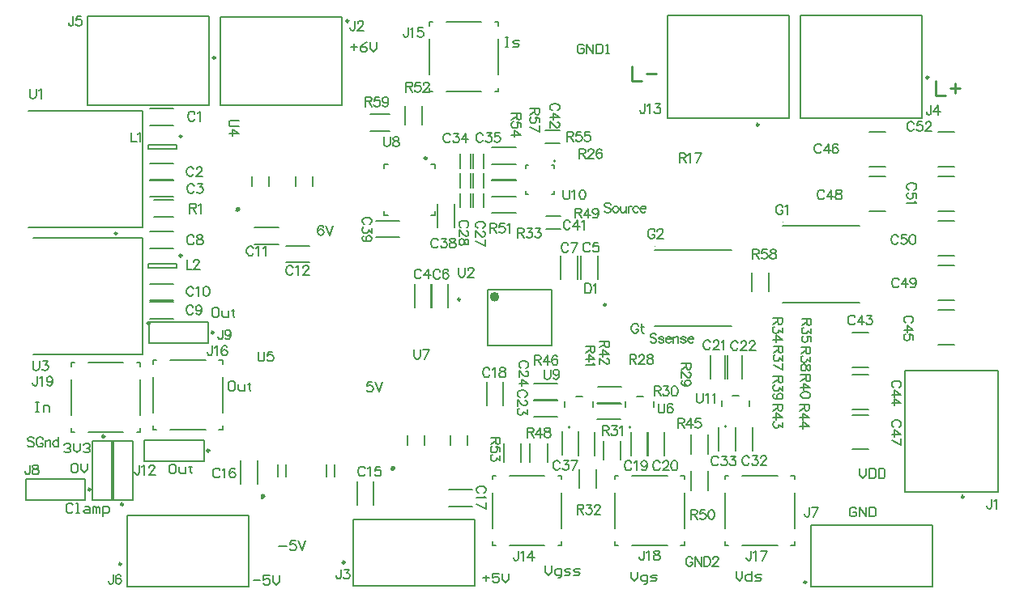
<source format=gto>
G04*
G04 #@! TF.GenerationSoftware,Altium Limited,Altium Designer,22.0.2 (36)*
G04*
G04 Layer_Color=65535*
%FSLAX44Y44*%
%MOMM*%
G71*
G04*
G04 #@! TF.SameCoordinates,A00C5D83-CF48-4284-9485-F4BE2AF80D81*
G04*
G04*
G04 #@! TF.FilePolarity,Positive*
G04*
G01*
G75*
%ADD10C,0.5000*%
%ADD11C,0.2500*%
%ADD12C,0.1000*%
%ADD13C,0.2540*%
%ADD14C,0.2000*%
%ADD15C,0.1524*%
%ADD16C,0.1270*%
D10*
X241904Y52697D02*
G03*
X242180Y52250I-224J-447D01*
G01*
X215930Y352910D02*
G03*
X215930Y352910I-500J0D01*
G01*
X377980Y81860D02*
G03*
X377980Y81860I-500J0D01*
G01*
X486544Y261320D02*
G03*
X486544Y261320I-2500J0D01*
G01*
D11*
X190459Y224000D02*
G03*
X190459Y224000I-1250J0D01*
G01*
X937588Y490924D02*
G03*
X937588Y490924I-1250J0D01*
G01*
X760338Y441424D02*
G03*
X760338Y441424I-1250J0D01*
G01*
X974599Y52020D02*
G03*
X974599Y52020I-1250J0D01*
G01*
X809891Y-37173D02*
G03*
X809891Y-37173I-1250J0D01*
G01*
X123500Y233650D02*
G03*
X123500Y233650I-1250J0D01*
G01*
X89500Y327750D02*
G03*
X89500Y327750I-1250J0D01*
G01*
X327500Y-16500D02*
G03*
X327500Y-16500I-1250J0D01*
G01*
X94000Y-18250D02*
G03*
X94000Y-18250I-1250J0D01*
G01*
X96000Y44250D02*
G03*
X96000Y44250I-1250J0D01*
G01*
X76500Y115250D02*
G03*
X76500Y115250I-1250J0D01*
G01*
X186000Y100500D02*
G03*
X186000Y100500I-1250J0D01*
G01*
X157209Y304500D02*
G03*
X157209Y304500I-1250J0D01*
G01*
X192250Y511500D02*
G03*
X192250Y511500I-1250J0D01*
G01*
X331500Y550000D02*
G03*
X331500Y550000I-1250J0D01*
G01*
X413348Y406382D02*
G03*
X413348Y406382I-1250J0D01*
G01*
X61750Y59750D02*
G03*
X61750Y59750I-1250J0D01*
G01*
X448243Y258620D02*
G03*
X448243Y258620I-1250J0D01*
G01*
X157209Y429250D02*
G03*
X157209Y429250I-1250J0D01*
G01*
D12*
X651990Y314470D02*
G03*
X651990Y314470I-500J0D01*
G01*
X785750Y339500D02*
G03*
X785750Y339500I-500J0D01*
G01*
D13*
X600419Y252935D02*
G03*
X600419Y252935I-1000J0D01*
G01*
X627540Y502775D02*
Y487540D01*
X637697D01*
X642775Y495158D02*
X652932D01*
X944833Y487006D02*
Y471771D01*
X954990D01*
X960068Y479388D02*
X970225D01*
X965146Y484466D02*
Y474310D01*
D14*
X726440Y125720D02*
G03*
X726440Y125720I-1000J0D01*
G01*
X626250Y124900D02*
G03*
X626250Y124900I-1000J0D01*
G01*
X562750D02*
G03*
X562750Y124900I-1000J0D01*
G01*
X547800Y403613D02*
G03*
X547800Y403613I-1000J0D01*
G01*
X435291Y250209D02*
Y274791D01*
X417709Y250209D02*
Y274791D01*
X418541Y250209D02*
Y274791D01*
X400959Y250209D02*
Y274791D01*
X122709Y212750D02*
X184709D01*
X122709D02*
Y234750D01*
X184709D01*
Y212750D02*
Y234750D01*
X930337Y447924D02*
Y555924D01*
X803339Y447926D02*
X930336D01*
X803339D02*
Y555924D01*
X930337D01*
X792088Y447924D02*
Y555924D01*
X665089Y447926D02*
X792086D01*
X665089D02*
Y555924D01*
X792088D01*
X912849Y57520D02*
X1010683D01*
X912851Y57522D02*
Y184519D01*
X1010683D01*
Y57520D02*
Y184519D01*
X481549Y382883D02*
X506132D01*
X481549Y400465D02*
X506132D01*
X447729Y355008D02*
Y369733D01*
X461453Y355008D02*
Y369733D01*
X472566Y396217D02*
Y410942D01*
X458841Y396217D02*
Y410942D01*
X472566Y355008D02*
Y369733D01*
X458841Y355008D02*
Y369733D01*
X461453Y375712D02*
Y390436D01*
X447729Y375712D02*
Y390436D01*
X472566Y375712D02*
Y390436D01*
X458841Y375712D02*
Y390436D01*
X447729Y396217D02*
Y410942D01*
X461453Y396217D02*
Y410942D01*
X218709Y65959D02*
Y90541D01*
X236291Y65959D02*
Y90541D01*
X265935Y297209D02*
X290517D01*
X265935Y314791D02*
X290517D01*
X233459Y316459D02*
X258041D01*
X233459Y334041D02*
X258041D01*
X442389Y334082D02*
Y358664D01*
X424807Y334082D02*
Y358664D01*
X651490Y230470D02*
X731490D01*
X651490Y310470D02*
X731490D01*
X858016Y187729D02*
X874994D01*
X858016Y223771D02*
X874994D01*
X814891Y-42000D02*
Y22577D01*
X814892Y22575D02*
X941889D01*
Y-42000D02*
Y22575D01*
X814891Y-42000D02*
X941889D01*
X2250Y322750D02*
X116250D01*
X2250Y200750D02*
X116250D01*
Y322750D01*
X-2750Y455750D02*
X116250D01*
X-2750Y333750D02*
X116250D01*
Y455750D01*
X947556Y386971D02*
X964535D01*
X947556Y350929D02*
X964535D01*
X858011Y137963D02*
X874990D01*
X858011Y101921D02*
X874990D01*
X947556Y211279D02*
X964535D01*
X947556Y247321D02*
X964535D01*
X947556Y293871D02*
X964535D01*
X947556Y257829D02*
X964535D01*
X947556Y340421D02*
X964535D01*
X947556Y304379D02*
X964535D01*
X875761Y386970D02*
X892739D01*
X875761Y350929D02*
X892739D01*
X875761Y433521D02*
X892739D01*
X875761Y397479D02*
X892739D01*
X947556Y433521D02*
X964535D01*
X947556Y397479D02*
X964535D01*
X554459Y95733D02*
Y120315D01*
X572041Y95733D02*
Y120315D01*
X571459Y95483D02*
Y120065D01*
X589041Y95483D02*
Y120065D01*
X710149Y175629D02*
Y200211D01*
X727731Y175629D02*
Y200211D01*
X725389Y175629D02*
Y200211D01*
X742971Y175629D02*
Y200211D01*
X858011Y179771D02*
X874989D01*
X858011Y143729D02*
X874989D01*
X753621Y100699D02*
Y125281D01*
X736039Y100699D02*
Y125281D01*
X735841Y100699D02*
Y125281D01*
X718259Y100699D02*
Y125281D01*
X661291Y94959D02*
Y119541D01*
X643709Y94959D02*
Y119541D01*
X644541Y94959D02*
Y119541D01*
X626959Y94959D02*
Y119541D01*
X591459Y150541D02*
X616041D01*
X591459Y132959D02*
X616041D01*
X591701Y167291D02*
X616283D01*
X591701Y149709D02*
X616283D01*
X524980Y170541D02*
X549562D01*
X524980Y152959D02*
X549562D01*
X524959Y153791D02*
X549541D01*
X524959Y136209D02*
X549541D01*
X493291Y147483D02*
Y172065D01*
X475709Y147483D02*
Y172065D01*
X436209Y41959D02*
X460791D01*
X436209Y59541D02*
X460791D01*
X336750Y-40750D02*
X463748D01*
Y28498D01*
X336752D02*
X463748D01*
X336750Y-40750D02*
Y28500D01*
X357791Y43754D02*
Y68336D01*
X340209Y43754D02*
Y68336D01*
X99750Y-42000D02*
Y33000D01*
X99752Y32998D02*
X226748D01*
Y-42000D02*
Y32998D01*
X99750Y-42000D02*
X226748D01*
X84000Y48750D02*
X106000D01*
X84000D02*
Y110750D01*
X106000D01*
Y48750D02*
Y110750D01*
X64000D02*
X86000D01*
Y48750D02*
Y110750D01*
X64000Y48750D02*
X86000D01*
X64000D02*
Y110750D01*
X118250Y89250D02*
X180250D01*
X118250D02*
Y111250D01*
X180250D01*
Y89250D02*
Y111250D01*
X124209Y256291D02*
X148791D01*
X124209Y238709D02*
X148791D01*
X124209Y275041D02*
X148791D01*
X124209Y257459D02*
X148791D01*
X151959Y291500D02*
Y295500D01*
X121959Y291500D02*
Y295500D01*
Y291500D02*
X151959D01*
X121959Y295500D02*
X151959D01*
X124209Y312209D02*
X148791D01*
X124209Y329791D02*
X148791D01*
X124209Y383541D02*
X148791D01*
X124209Y365959D02*
X148791D01*
X124209Y401041D02*
X148791D01*
X124209Y383459D02*
X148791D01*
X124209Y458041D02*
X148791D01*
X124209Y440459D02*
X148791D01*
X58252Y555250D02*
X185250D01*
X58252Y461502D02*
Y555250D01*
X185250Y461500D02*
Y555250D01*
X58252Y461502D02*
X185248D01*
X197752Y554000D02*
X324750D01*
X197752Y461502D02*
Y554000D01*
Y461502D02*
X324748D01*
X324750Y461500D02*
Y554000D01*
X360147Y323607D02*
X384729D01*
X360147Y341189D02*
X384729D01*
X417556Y399639D02*
X421556D01*
Y395639D02*
Y399639D01*
Y346639D02*
Y350639D01*
X417556Y346639D02*
X421556D01*
X368556D02*
X372556D01*
X368556D02*
Y350639D01*
Y399639D02*
X372556D01*
X368556Y395639D02*
Y399639D01*
X481549Y399934D02*
X506132D01*
X481549Y417517D02*
X506132D01*
X537358Y421888D02*
X552083D01*
X537358Y435612D02*
X552083D01*
X574459Y279459D02*
Y304041D01*
X592041Y279459D02*
Y304041D01*
X552959Y279459D02*
Y304041D01*
X570541Y279459D02*
Y304041D01*
X538037Y332138D02*
X552762D01*
X538037Y345862D02*
X552762D01*
X56000Y48500D02*
Y70500D01*
X-6000D02*
X56000D01*
X-6000Y48500D02*
Y70500D01*
Y48500D02*
X56000D01*
X481549Y366500D02*
X506132D01*
X481549Y348918D02*
X506132D01*
X476544Y268820D02*
X543605D01*
Y210320D02*
Y268820D01*
X476544Y210320D02*
X543605D01*
X476544D02*
Y268820D01*
X785250Y255500D02*
X865250D01*
X785250Y335500D02*
X865250D01*
X151959Y416250D02*
Y420250D01*
X121959Y416250D02*
Y420250D01*
Y416250D02*
X151959D01*
X121959Y420250D02*
X151959D01*
X481549Y366168D02*
X506132D01*
X481549Y383750D02*
X506132D01*
X472000Y-33002D02*
X478665D01*
X475332Y-29669D02*
Y-36334D01*
X488661Y-28003D02*
X481997D01*
Y-33002D01*
X485329Y-31335D01*
X486995D01*
X488661Y-33002D01*
Y-36334D01*
X486995Y-38000D01*
X483663D01*
X481997Y-36334D01*
X491994Y-28003D02*
Y-34668D01*
X495326Y-38000D01*
X498658Y-34668D01*
Y-28003D01*
X149463Y86323D02*
X146131D01*
X144464Y84657D01*
Y77992D01*
X146131Y76326D01*
X149463D01*
X151129Y77992D01*
Y84657D01*
X149463Y86323D01*
X154461Y82991D02*
Y77992D01*
X156127Y76326D01*
X161126D01*
Y82991D01*
X166124Y84657D02*
Y82991D01*
X164458D01*
X167790D01*
X166124D01*
Y77992D01*
X167790Y76326D01*
X34429Y106541D02*
X36095Y108207D01*
X39427D01*
X41093Y106541D01*
Y104875D01*
X39427Y103209D01*
X37761D01*
X39427D01*
X41093Y101543D01*
Y99876D01*
X39427Y98210D01*
X36095D01*
X34429Y99876D01*
X44426Y108207D02*
Y101543D01*
X47758Y98210D01*
X51090Y101543D01*
Y108207D01*
X54422Y106541D02*
X56088Y108207D01*
X59421D01*
X61087Y106541D01*
Y104875D01*
X59421Y103209D01*
X57755D01*
X59421D01*
X61087Y101543D01*
Y99876D01*
X59421Y98210D01*
X56088D01*
X54422Y99876D01*
X41767Y85443D02*
X43433Y87109D01*
X46765D01*
X48432Y85443D01*
Y78778D01*
X46765Y77112D01*
X43433D01*
X41767Y78778D01*
Y85443D01*
X51764Y87109D02*
Y80444D01*
X55096Y77112D01*
X58428Y80444D01*
Y87109D01*
X43111Y43644D02*
X41445Y45310D01*
X38113D01*
X36447Y43644D01*
Y36979D01*
X38113Y35313D01*
X41445D01*
X43111Y36979D01*
X46444Y35313D02*
X49776D01*
X48110D01*
Y45310D01*
X46444D01*
X56440Y41978D02*
X59773D01*
X61439Y40312D01*
Y35313D01*
X56440D01*
X54774Y36979D01*
X56440Y38646D01*
X61439D01*
X64771Y35313D02*
Y41978D01*
X66437D01*
X68103Y40312D01*
Y35313D01*
Y40312D01*
X69769Y41978D01*
X71435Y40312D01*
Y35313D01*
X74768Y31981D02*
Y41978D01*
X79766D01*
X81432Y40312D01*
Y36979D01*
X79766Y35313D01*
X74768D01*
X193988Y250089D02*
X190656D01*
X188990Y248423D01*
Y241758D01*
X190656Y240092D01*
X193988D01*
X195654Y241758D01*
Y248423D01*
X193988Y250089D01*
X198986Y246757D02*
Y241758D01*
X200653Y240092D01*
X205651D01*
Y246757D01*
X210649Y248423D02*
Y246757D01*
X208983D01*
X212315D01*
X210649D01*
Y241758D01*
X212315Y240092D01*
X210906Y173283D02*
X207574D01*
X205908Y171617D01*
Y164953D01*
X207574Y163287D01*
X210906D01*
X212572Y164953D01*
Y171617D01*
X210906Y173283D01*
X215905Y169951D02*
Y164953D01*
X217571Y163287D01*
X222569D01*
Y169951D01*
X227567Y171617D02*
Y169951D01*
X225901D01*
X229233D01*
X227567D01*
Y164953D01*
X229233Y163287D01*
X6192Y178257D02*
Y170639D01*
X5716Y169211D01*
X5240Y168735D01*
X4288Y168259D01*
X3336D01*
X2384Y168735D01*
X1908Y169211D01*
X1432Y170639D01*
Y171592D01*
X8763Y176353D02*
X9715Y176829D01*
X11144Y178257D01*
Y168259D01*
X22284Y174924D02*
X21808Y173496D01*
X20856Y172544D01*
X19428Y172068D01*
X18952D01*
X17523Y172544D01*
X16571Y173496D01*
X16095Y174924D01*
Y175400D01*
X16571Y176829D01*
X17523Y177781D01*
X18952Y178257D01*
X19428D01*
X20856Y177781D01*
X21808Y176829D01*
X22284Y174924D01*
Y172544D01*
X21808Y170163D01*
X20856Y168735D01*
X19428Y168259D01*
X18476D01*
X17047Y168735D01*
X16571Y169687D01*
X4240Y151247D02*
X7572D01*
X5906D01*
Y141250D01*
X4240D01*
X7572D01*
X12570D02*
Y147915D01*
X17569D01*
X19235Y146249D01*
Y141250D01*
X537000Y-19671D02*
Y-26335D01*
X540332Y-29668D01*
X543665Y-26335D01*
Y-19671D01*
X550329Y-33000D02*
X551995D01*
X553661Y-31334D01*
Y-23003D01*
X548663D01*
X546997Y-24669D01*
Y-28002D01*
X548663Y-29668D01*
X553661D01*
X556994D02*
X561992D01*
X563658Y-28002D01*
X561992Y-26335D01*
X558660D01*
X556994Y-24669D01*
X558660Y-23003D01*
X563658D01*
X566990Y-29668D02*
X571989D01*
X573655Y-28002D01*
X571989Y-26335D01*
X568657D01*
X566990Y-24669D01*
X568657Y-23003D01*
X573655D01*
X626890Y-26359D02*
Y-33024D01*
X630222Y-36356D01*
X633554Y-33024D01*
Y-26359D01*
X640219Y-39688D02*
X641885D01*
X643551Y-38022D01*
Y-29691D01*
X638553D01*
X636887Y-31357D01*
Y-34690D01*
X638553Y-36356D01*
X643551D01*
X646883D02*
X651882D01*
X653548Y-34690D01*
X651882Y-33024D01*
X648549D01*
X646883Y-31357D01*
X648549Y-29691D01*
X653548D01*
X736509Y-26094D02*
Y-32759D01*
X739841Y-36091D01*
X743173Y-32759D01*
Y-26094D01*
X753170D02*
Y-36091D01*
X748172D01*
X746506Y-34425D01*
Y-31093D01*
X748172Y-29427D01*
X753170D01*
X756502Y-36091D02*
X761501D01*
X763167Y-34425D01*
X761501Y-32759D01*
X758168D01*
X756502Y-31093D01*
X758168Y-29427D01*
X763167D01*
X495160Y532921D02*
X498492D01*
X496826D01*
Y522924D01*
X495160D01*
X498492D01*
X503491D02*
X508489D01*
X510155Y524591D01*
X508489Y526257D01*
X505157D01*
X503491Y527923D01*
X505157Y529589D01*
X510155D01*
X334030Y522681D02*
X340695D01*
X337363Y526013D02*
Y519349D01*
X350692Y527679D02*
X347360Y526013D01*
X344027Y522681D01*
Y519349D01*
X345693Y517683D01*
X349026D01*
X350692Y519349D01*
Y521015D01*
X349026Y522681D01*
X344027D01*
X354024Y527679D02*
Y521015D01*
X357356Y517683D01*
X360689Y521015D01*
Y527679D01*
X232368Y-35274D02*
X239033D01*
X249030Y-30276D02*
X242365D01*
Y-35274D01*
X245697Y-33608D01*
X247363D01*
X249030Y-35274D01*
Y-38606D01*
X247363Y-40272D01*
X244031D01*
X242365Y-38606D01*
X252362Y-30276D02*
Y-36940D01*
X255694Y-40272D01*
X259026Y-36940D01*
Y-30276D01*
X865529Y81335D02*
Y74670D01*
X868861Y71338D01*
X872194Y74670D01*
Y81335D01*
X875526D02*
Y71338D01*
X880524D01*
X882190Y73004D01*
Y79669D01*
X880524Y81335D01*
X875526D01*
X885523D02*
Y71338D01*
X890521D01*
X892187Y73004D01*
Y79669D01*
X890521Y81335D01*
X885523D01*
X862194Y39669D02*
X860528Y41335D01*
X857195D01*
X855529Y39669D01*
Y33004D01*
X857195Y31338D01*
X860528D01*
X862194Y33004D01*
Y36337D01*
X858861D01*
X865526Y31338D02*
Y41335D01*
X872190Y31338D01*
Y41335D01*
X875523D02*
Y31338D01*
X880521D01*
X882187Y33004D01*
Y39669D01*
X880521Y41335D01*
X875523D01*
X427236Y287706D02*
X426760Y288659D01*
X425808Y289611D01*
X424856Y290087D01*
X422951D01*
X421999Y289611D01*
X421047Y288659D01*
X420571Y287706D01*
X420095Y286278D01*
Y283898D01*
X420571Y282469D01*
X421047Y281517D01*
X421999Y280565D01*
X422951Y280089D01*
X424856D01*
X425808Y280565D01*
X426760Y281517D01*
X427236Y282469D01*
X435758Y288659D02*
X435282Y289611D01*
X433854Y290087D01*
X432901D01*
X431473Y289611D01*
X430521Y288182D01*
X430045Y285802D01*
Y283421D01*
X430521Y281517D01*
X431473Y280565D01*
X432901Y280089D01*
X433378D01*
X434806Y280565D01*
X435758Y281517D01*
X436234Y282945D01*
Y283421D01*
X435758Y284850D01*
X434806Y285802D01*
X433378Y286278D01*
X432901D01*
X431473Y285802D01*
X430521Y284850D01*
X430045Y283421D01*
X407477Y287936D02*
X407001Y288888D01*
X406049Y289840D01*
X405097Y290316D01*
X403193D01*
X402240Y289840D01*
X401288Y288888D01*
X400812Y287936D01*
X400336Y286507D01*
Y284127D01*
X400812Y282699D01*
X401288Y281747D01*
X402240Y280795D01*
X403193Y280318D01*
X405097D01*
X406049Y280795D01*
X407001Y281747D01*
X407477Y282699D01*
X415047Y290316D02*
X410286Y283651D01*
X417428D01*
X415047Y290316D02*
Y280318D01*
X940362Y461673D02*
Y454056D01*
X939886Y452627D01*
X939410Y452151D01*
X938457Y451675D01*
X937505D01*
X936553Y452151D01*
X936077Y452627D01*
X935601Y454056D01*
Y455008D01*
X947694Y461673D02*
X942933Y455008D01*
X950074D01*
X947694Y461673D02*
Y451675D01*
X640934Y463173D02*
Y455556D01*
X640458Y454127D01*
X639982Y453651D01*
X639030Y453175D01*
X638077D01*
X637125Y453651D01*
X636649Y454127D01*
X636173Y455556D01*
Y456508D01*
X643505Y461269D02*
X644457Y461745D01*
X645885Y463173D01*
Y453175D01*
X651789Y463173D02*
X657026D01*
X654169Y459364D01*
X655598D01*
X656550Y458888D01*
X657026Y458412D01*
X657502Y456984D01*
Y456032D01*
X657026Y454604D01*
X656074Y453651D01*
X654645Y453175D01*
X653217D01*
X651789Y453651D01*
X651313Y454127D01*
X650837Y455080D01*
X425091Y320166D02*
X424615Y321118D01*
X423663Y322070D01*
X422710Y322547D01*
X420806D01*
X419854Y322070D01*
X418902Y321118D01*
X418426Y320166D01*
X417949Y318738D01*
Y316357D01*
X418426Y314929D01*
X418902Y313977D01*
X419854Y313025D01*
X420806Y312549D01*
X422710D01*
X423663Y313025D01*
X424615Y313977D01*
X425091Y314929D01*
X428852Y322547D02*
X434089D01*
X431232Y318738D01*
X432661D01*
X433613Y318262D01*
X434089Y317786D01*
X434565Y316357D01*
Y315405D01*
X434089Y313977D01*
X433137Y313025D01*
X431708Y312549D01*
X430280D01*
X428852Y313025D01*
X428376Y313501D01*
X427900Y314453D01*
X439183Y322547D02*
X437755Y322070D01*
X437279Y321118D01*
Y320166D01*
X437755Y319214D01*
X438707Y318738D01*
X440611Y318262D01*
X442040Y317786D01*
X442992Y316833D01*
X443468Y315881D01*
Y314453D01*
X442992Y313501D01*
X442516Y313025D01*
X441087Y312549D01*
X439183D01*
X437755Y313025D01*
X437279Y313501D01*
X436803Y314453D01*
Y315881D01*
X437279Y316833D01*
X438231Y317786D01*
X439659Y318262D01*
X441563Y318738D01*
X442516Y319214D01*
X442992Y320166D01*
Y321118D01*
X442516Y322070D01*
X441087Y322547D01*
X439183D01*
X577253Y524082D02*
X575587Y525748D01*
X572255D01*
X570589Y524082D01*
Y517418D01*
X572255Y515752D01*
X575587D01*
X577253Y517418D01*
Y520750D01*
X573921D01*
X580586Y515752D02*
Y525748D01*
X587250Y515752D01*
Y525748D01*
X590582D02*
Y515752D01*
X595581D01*
X597247Y517418D01*
Y524082D01*
X595581Y525748D01*
X590582D01*
X600579Y515752D02*
X603911D01*
X602245D01*
Y525748D01*
X600579Y524082D01*
X860632Y239618D02*
X860156Y240571D01*
X859204Y241523D01*
X858252Y241999D01*
X856347D01*
X855395Y241523D01*
X854443Y240571D01*
X853967Y239618D01*
X853491Y238190D01*
Y235810D01*
X853967Y234382D01*
X854443Y233429D01*
X855395Y232477D01*
X856347Y232001D01*
X858252D01*
X859204Y232477D01*
X860156Y233429D01*
X860632Y234382D01*
X868202Y241999D02*
X863441Y235334D01*
X870582D01*
X868202Y241999D02*
Y232001D01*
X873296Y241999D02*
X878533D01*
X875677Y238190D01*
X877105D01*
X878057Y237714D01*
X878533Y237238D01*
X879009Y235810D01*
Y234858D01*
X878533Y233429D01*
X877581Y232477D01*
X876153Y232001D01*
X874724D01*
X873296Y232477D01*
X872820Y232953D01*
X872344Y233905D01*
X922382Y442369D02*
X921906Y443321D01*
X920954Y444273D01*
X920002Y444749D01*
X918097D01*
X917145Y444273D01*
X916193Y443321D01*
X915717Y442369D01*
X915241Y440940D01*
Y438560D01*
X915717Y437132D01*
X916193Y436179D01*
X917145Y435227D01*
X918097Y434751D01*
X920002D01*
X920954Y435227D01*
X921906Y436179D01*
X922382Y437132D01*
X930904Y444749D02*
X926143D01*
X925667Y440464D01*
X926143Y440940D01*
X927571Y441416D01*
X929000D01*
X930428Y440940D01*
X931380Y439988D01*
X931856Y438560D01*
Y437608D01*
X931380Y436179D01*
X930428Y435227D01*
X929000Y434751D01*
X927571D01*
X926143Y435227D01*
X925667Y435703D01*
X925191Y436655D01*
X934570Y442369D02*
Y442845D01*
X935046Y443797D01*
X935522Y444273D01*
X936474Y444749D01*
X938379D01*
X939331Y444273D01*
X939807Y443797D01*
X940283Y442845D01*
Y441892D01*
X939807Y440940D01*
X938855Y439512D01*
X934094Y434751D01*
X940759D01*
X922618Y373225D02*
X923571Y373702D01*
X924523Y374654D01*
X924999Y375606D01*
Y377510D01*
X924523Y378462D01*
X923571Y379415D01*
X922618Y379891D01*
X921190Y380367D01*
X918810D01*
X917382Y379891D01*
X916429Y379415D01*
X915477Y378462D01*
X915001Y377510D01*
Y375606D01*
X915477Y374654D01*
X916429Y373702D01*
X917382Y373225D01*
X924999Y364703D02*
Y369464D01*
X920714Y369940D01*
X921190Y369464D01*
X921666Y368036D01*
Y366608D01*
X921190Y365179D01*
X920238Y364227D01*
X918810Y363751D01*
X917858D01*
X916429Y364227D01*
X915477Y365179D01*
X915001Y366608D01*
Y368036D01*
X915477Y369464D01*
X915953Y369940D01*
X916905Y370416D01*
X923095Y361514D02*
X923571Y360561D01*
X924999Y359133D01*
X915001D01*
X905882Y323868D02*
X905406Y324821D01*
X904454Y325773D01*
X903502Y326249D01*
X901597D01*
X900645Y325773D01*
X899693Y324821D01*
X899217Y323868D01*
X898741Y322440D01*
Y320060D01*
X899217Y318631D01*
X899693Y317679D01*
X900645Y316727D01*
X901597Y316251D01*
X903502D01*
X904454Y316727D01*
X905406Y317679D01*
X905882Y318631D01*
X914404Y326249D02*
X909643D01*
X909167Y321964D01*
X909643Y322440D01*
X911071Y322916D01*
X912500D01*
X913928Y322440D01*
X914880Y321488D01*
X915356Y320060D01*
Y319108D01*
X914880Y317679D01*
X913928Y316727D01*
X912500Y316251D01*
X911071D01*
X909643Y316727D01*
X909167Y317203D01*
X908691Y318155D01*
X920451Y326249D02*
X919022Y325773D01*
X918070Y324345D01*
X917594Y321964D01*
Y320536D01*
X918070Y318155D01*
X919022Y316727D01*
X920451Y316251D01*
X921403D01*
X922831Y316727D01*
X923783Y318155D01*
X924259Y320536D01*
Y321964D01*
X923783Y324345D01*
X922831Y325773D01*
X921403Y326249D01*
X920451D01*
X906620Y278619D02*
X906144Y279571D01*
X905192Y280523D01*
X904240Y280999D01*
X902335D01*
X901383Y280523D01*
X900431Y279571D01*
X899955Y278619D01*
X899479Y277190D01*
Y274810D01*
X899955Y273382D01*
X900431Y272429D01*
X901383Y271477D01*
X902335Y271001D01*
X904240D01*
X905192Y271477D01*
X906144Y272429D01*
X906620Y273382D01*
X914190Y280999D02*
X909429Y274334D01*
X916571D01*
X914190Y280999D02*
Y271001D01*
X924521Y277666D02*
X924045Y276238D01*
X923093Y275286D01*
X921665Y274810D01*
X921189D01*
X919760Y275286D01*
X918808Y276238D01*
X918332Y277666D01*
Y278142D01*
X918808Y279571D01*
X919760Y280523D01*
X921189Y280999D01*
X921665D01*
X923093Y280523D01*
X924045Y279571D01*
X924521Y277666D01*
Y275286D01*
X924045Y272905D01*
X923093Y271477D01*
X921665Y271001D01*
X920712D01*
X919284Y271477D01*
X918808Y272429D01*
X828633Y370868D02*
X828156Y371821D01*
X827204Y372773D01*
X826252Y373249D01*
X824348D01*
X823395Y372773D01*
X822443Y371821D01*
X821967Y370868D01*
X821491Y369440D01*
Y367060D01*
X821967Y365631D01*
X822443Y364679D01*
X823395Y363727D01*
X824348Y363251D01*
X826252D01*
X827204Y363727D01*
X828156Y364679D01*
X828633Y365631D01*
X836202Y373249D02*
X831441Y366584D01*
X838583D01*
X836202Y373249D02*
Y363251D01*
X842725Y373249D02*
X841296Y372773D01*
X840820Y371821D01*
Y370868D01*
X841296Y369916D01*
X842249Y369440D01*
X844153Y368964D01*
X845581Y368488D01*
X846533Y367536D01*
X847010Y366584D01*
Y365155D01*
X846533Y364203D01*
X846057Y363727D01*
X844629Y363251D01*
X842725D01*
X841296Y363727D01*
X840820Y364203D01*
X840344Y365155D01*
Y366584D01*
X840820Y367536D01*
X841773Y368488D01*
X843201Y368964D01*
X845105Y369440D01*
X846057Y369916D01*
X846533Y370868D01*
Y371821D01*
X846057Y372773D01*
X844629Y373249D01*
X842725D01*
X906623Y124979D02*
X907575Y125455D01*
X908527Y126407D01*
X909004Y127360D01*
Y129264D01*
X908527Y130216D01*
X907575Y131168D01*
X906623Y131644D01*
X905195Y132121D01*
X902814D01*
X901386Y131644D01*
X900434Y131168D01*
X899482Y130216D01*
X899006Y129264D01*
Y127360D01*
X899482Y126407D01*
X900434Y125455D01*
X901386Y124979D01*
X909004Y117409D02*
X902338Y122170D01*
Y115029D01*
X909004Y117409D02*
X899006D01*
X909004Y106602D02*
X899006Y111363D01*
X909004Y113267D02*
Y106602D01*
X825620Y419118D02*
X825144Y420071D01*
X824192Y421023D01*
X823240Y421499D01*
X821335D01*
X820383Y421023D01*
X819431Y420071D01*
X818955Y419118D01*
X818479Y417690D01*
Y415310D01*
X818955Y413881D01*
X819431Y412929D01*
X820383Y411977D01*
X821335Y411501D01*
X823240D01*
X824192Y411977D01*
X825144Y412929D01*
X825620Y413881D01*
X833190Y421499D02*
X828429Y414834D01*
X835571D01*
X833190Y421499D02*
Y411501D01*
X843045Y420071D02*
X842569Y421023D01*
X841141Y421499D01*
X840189D01*
X838760Y421023D01*
X837808Y419595D01*
X837332Y417214D01*
Y414834D01*
X837808Y412929D01*
X838760Y411977D01*
X840189Y411501D01*
X840665D01*
X842093Y411977D01*
X843045Y412929D01*
X843521Y414358D01*
Y414834D01*
X843045Y416262D01*
X842093Y417214D01*
X840665Y417690D01*
X840189D01*
X838760Y417214D01*
X837808Y416262D01*
X837332Y414834D01*
X919369Y234118D02*
X920321Y234594D01*
X921273Y235546D01*
X921749Y236498D01*
Y238403D01*
X921273Y239355D01*
X920321Y240307D01*
X919369Y240783D01*
X917940Y241259D01*
X915560D01*
X914131Y240783D01*
X913179Y240307D01*
X912227Y239355D01*
X911751Y238403D01*
Y236498D01*
X912227Y235546D01*
X913179Y234594D01*
X914131Y234118D01*
X921749Y226548D02*
X915084Y231309D01*
Y224168D01*
X921749Y226548D02*
X911751D01*
X921749Y216693D02*
Y221454D01*
X917464Y221930D01*
X917940Y221454D01*
X918416Y220026D01*
Y218597D01*
X917940Y217169D01*
X916988Y216217D01*
X915560Y215741D01*
X914608D01*
X913179Y216217D01*
X912227Y217169D01*
X911751Y218597D01*
Y220026D01*
X912227Y221454D01*
X912703Y221930D01*
X913655Y222406D01*
X906623Y166350D02*
X907575Y166826D01*
X908527Y167778D01*
X909004Y168730D01*
Y170635D01*
X908527Y171587D01*
X907575Y172539D01*
X906623Y173015D01*
X905195Y173491D01*
X902814D01*
X901386Y173015D01*
X900434Y172539D01*
X899482Y171587D01*
X899006Y170635D01*
Y168730D01*
X899482Y167778D01*
X900434Y166826D01*
X901386Y166350D01*
X909004Y158780D02*
X902338Y163541D01*
Y156400D01*
X909004Y158780D02*
X899006D01*
X909004Y149877D02*
X902338Y154638D01*
Y147497D01*
X909004Y149877D02*
X899006D01*
X653420Y221571D02*
X652468Y222523D01*
X651040Y222999D01*
X649135D01*
X647707Y222523D01*
X646755Y221571D01*
Y220618D01*
X647231Y219666D01*
X647707Y219190D01*
X648659Y218714D01*
X651516Y217762D01*
X652468Y217286D01*
X652944Y216810D01*
X653420Y215858D01*
Y214429D01*
X652468Y213477D01*
X651040Y213001D01*
X649135D01*
X647707Y213477D01*
X646755Y214429D01*
X660895Y218238D02*
X660419Y219190D01*
X658990Y219666D01*
X657562D01*
X656134Y219190D01*
X655658Y218238D01*
X656134Y217286D01*
X657086Y216810D01*
X659466Y216334D01*
X660419Y215858D01*
X660895Y214905D01*
Y214429D01*
X660419Y213477D01*
X658990Y213001D01*
X657562D01*
X656134Y213477D01*
X655658Y214429D01*
X662990Y216810D02*
X668702D01*
Y217762D01*
X668226Y218714D01*
X667750Y219190D01*
X666798Y219666D01*
X665370D01*
X664418Y219190D01*
X663466Y218238D01*
X662990Y216810D01*
Y215858D01*
X663466Y214429D01*
X664418Y213477D01*
X665370Y213001D01*
X666798D01*
X667750Y213477D01*
X668702Y214429D01*
X670845Y219666D02*
Y213001D01*
Y217762D02*
X672273Y219190D01*
X673225Y219666D01*
X674654D01*
X675606Y219190D01*
X676082Y217762D01*
Y213001D01*
X683937Y218238D02*
X683461Y219190D01*
X682033Y219666D01*
X680605D01*
X679176Y219190D01*
X678700Y218238D01*
X679176Y217286D01*
X680129Y216810D01*
X682509Y216334D01*
X683461Y215858D01*
X683937Y214905D01*
Y214429D01*
X683461Y213477D01*
X682033Y213001D01*
X680605D01*
X679176Y213477D01*
X678700Y214429D01*
X686032Y216810D02*
X691745D01*
Y217762D01*
X691269Y218714D01*
X690793Y219190D01*
X689841Y219666D01*
X688413D01*
X687460Y219190D01*
X686508Y218238D01*
X686032Y216810D01*
Y215858D01*
X686508Y214429D01*
X687460Y213477D01*
X688413Y213001D01*
X689841D01*
X690793Y213477D01*
X691745Y214429D01*
X368302Y428631D02*
Y421489D01*
X368778Y420061D01*
X369730Y419109D01*
X371158Y418633D01*
X372111D01*
X373539Y419109D01*
X374491Y420061D01*
X374967Y421489D01*
Y428631D01*
X380109D02*
X378681Y428154D01*
X378204Y427202D01*
Y426250D01*
X378681Y425298D01*
X379633Y424822D01*
X381537Y424346D01*
X382965Y423870D01*
X383918Y422918D01*
X384394Y421965D01*
Y420537D01*
X383918Y419585D01*
X383442Y419109D01*
X382013Y418633D01*
X380109D01*
X378681Y419109D01*
X378204Y419585D01*
X377728Y420537D01*
Y421965D01*
X378204Y422918D01*
X379157Y423870D01*
X380585Y424346D01*
X382489Y424822D01*
X383442Y425298D01*
X383918Y426250D01*
Y427202D01*
X383442Y428154D01*
X382013Y428631D01*
X380109D01*
X348968Y470460D02*
Y460462D01*
Y470460D02*
X353253D01*
X354681Y469984D01*
X355157Y469508D01*
X355633Y468555D01*
Y467603D01*
X355157Y466651D01*
X354681Y466175D01*
X353253Y465699D01*
X348968D01*
X352301D02*
X355633Y460462D01*
X363584Y470460D02*
X358823D01*
X358347Y466175D01*
X358823Y466651D01*
X360251Y467127D01*
X361680D01*
X363108Y466651D01*
X364060Y465699D01*
X364536Y464271D01*
Y463318D01*
X364060Y461890D01*
X363108Y460938D01*
X361680Y460462D01*
X360251D01*
X358823Y460938D01*
X358347Y461414D01*
X357871Y462366D01*
X372963Y467127D02*
X372487Y465699D01*
X371535Y464747D01*
X370106Y464271D01*
X369630D01*
X368202Y464747D01*
X367250Y465699D01*
X366774Y467127D01*
Y467603D01*
X367250Y469032D01*
X368202Y469984D01*
X369630Y470460D01*
X370106D01*
X371535Y469984D01*
X372487Y469032D01*
X372963Y467127D01*
Y464747D01*
X372487Y462366D01*
X371535Y460938D01*
X370106Y460462D01*
X369154D01*
X367726Y460938D01*
X367250Y461890D01*
X356203Y171999D02*
X351442D01*
X350966Y167714D01*
X351442Y168190D01*
X352870Y168666D01*
X354299D01*
X355727Y168190D01*
X356679Y167238D01*
X357155Y165810D01*
Y164858D01*
X356679Y163429D01*
X355727Y162477D01*
X354299Y162001D01*
X352870D01*
X351442Y162477D01*
X350966Y162953D01*
X350490Y163905D01*
X359393Y171999D02*
X363201Y162001D01*
X367010Y171999D02*
X363201Y162001D01*
X258729Y286D02*
X267299D01*
X275964Y5999D02*
X271203D01*
X270727Y1714D01*
X271203Y2190D01*
X272631Y2666D01*
X274059D01*
X275487Y2190D01*
X276440Y1238D01*
X276916Y-190D01*
Y-1142D01*
X276440Y-2571D01*
X275487Y-3523D01*
X274059Y-3999D01*
X272631D01*
X271203Y-3523D01*
X270727Y-3047D01*
X270250Y-2095D01*
X279153Y5999D02*
X282962Y-3999D01*
X286771Y5999D02*
X282962Y-3999D01*
X305215Y334321D02*
X304739Y335273D01*
X303310Y335749D01*
X302358D01*
X300930Y335273D01*
X299978Y333845D01*
X299502Y331464D01*
Y329084D01*
X299978Y327179D01*
X300930Y326227D01*
X302358Y325751D01*
X302834D01*
X304263Y326227D01*
X305215Y327179D01*
X305691Y328608D01*
Y329084D01*
X305215Y330512D01*
X304263Y331464D01*
X302834Y331940D01*
X302358D01*
X300930Y331464D01*
X299978Y330512D01*
X299502Y329084D01*
X307881Y335749D02*
X311690Y325751D01*
X315498Y335749D02*
X311690Y325751D01*
X605456Y358071D02*
X604503Y359023D01*
X603075Y359499D01*
X601171D01*
X599743Y359023D01*
X598790Y358071D01*
Y357118D01*
X599267Y356166D01*
X599743Y355690D01*
X600695Y355214D01*
X603551Y354262D01*
X604503Y353786D01*
X604980Y353310D01*
X605456Y352358D01*
Y350929D01*
X604503Y349977D01*
X603075Y349501D01*
X601171D01*
X599743Y349977D01*
X598790Y350929D01*
X610074Y356166D02*
X609122Y355690D01*
X608169Y354738D01*
X607693Y353310D01*
Y352358D01*
X608169Y350929D01*
X609122Y349977D01*
X610074Y349501D01*
X611502D01*
X612454Y349977D01*
X613406Y350929D01*
X613882Y352358D01*
Y353310D01*
X613406Y354738D01*
X612454Y355690D01*
X611502Y356166D01*
X610074D01*
X616072D02*
Y351405D01*
X616549Y349977D01*
X617501Y349501D01*
X618929D01*
X619881Y349977D01*
X621309Y351405D01*
Y356166D02*
Y349501D01*
X623928Y356166D02*
Y349501D01*
Y353310D02*
X624404Y354738D01*
X625356Y355690D01*
X626308Y356166D01*
X627737D01*
X634354Y354738D02*
X633402Y355690D01*
X632450Y356166D01*
X631021D01*
X630069Y355690D01*
X629117Y354738D01*
X628641Y353310D01*
Y352358D01*
X629117Y350929D01*
X630069Y349977D01*
X631021Y349501D01*
X632450D01*
X633402Y349977D01*
X634354Y350929D01*
X636497Y353310D02*
X642210D01*
Y354262D01*
X641733Y355214D01*
X641257Y355690D01*
X640305Y356166D01*
X638877D01*
X637925Y355690D01*
X636973Y354738D01*
X636497Y353310D01*
Y352358D01*
X636973Y350929D01*
X637925Y349977D01*
X638877Y349501D01*
X640305D01*
X641257Y349977D01*
X642210Y350929D01*
X634274Y231119D02*
X633798Y232071D01*
X632845Y233023D01*
X631893Y233499D01*
X629989D01*
X629037Y233023D01*
X628085Y232071D01*
X627608Y231119D01*
X627132Y229690D01*
Y227310D01*
X627608Y225882D01*
X628085Y224929D01*
X629037Y223977D01*
X629989Y223501D01*
X631893D01*
X632845Y223977D01*
X633798Y224929D01*
X634274Y225882D01*
Y227310D01*
X631893D02*
X634274D01*
X637987Y233499D02*
Y225405D01*
X638463Y223977D01*
X639416Y223501D01*
X640368D01*
X636559Y230166D02*
X639892D01*
X691141Y-12881D02*
X690665Y-11929D01*
X689713Y-10977D01*
X688760Y-10501D01*
X686856D01*
X685904Y-10977D01*
X684952Y-11929D01*
X684475Y-12881D01*
X683999Y-14310D01*
Y-16690D01*
X684475Y-18118D01*
X684952Y-19071D01*
X685904Y-20023D01*
X686856Y-20499D01*
X688760D01*
X689713Y-20023D01*
X690665Y-19071D01*
X691141Y-18118D01*
Y-16690D01*
X688760D02*
X691141D01*
X693426Y-10501D02*
Y-20499D01*
Y-10501D02*
X700091Y-20499D01*
Y-10501D02*
Y-20499D01*
X702852Y-10501D02*
Y-20499D01*
Y-10501D02*
X706185D01*
X707613Y-10977D01*
X708566Y-11929D01*
X709042Y-12881D01*
X709518Y-14310D01*
Y-16690D01*
X709042Y-18118D01*
X708566Y-19071D01*
X707613Y-20023D01*
X706185Y-20499D01*
X702852D01*
X712232Y-12881D02*
Y-12405D01*
X712708Y-11453D01*
X713184Y-10977D01*
X714136Y-10501D01*
X716040D01*
X716992Y-10977D01*
X717468Y-11453D01*
X717944Y-12405D01*
Y-13358D01*
X717468Y-14310D01*
X716516Y-15738D01*
X711755Y-20499D01*
X718421D01*
X2966Y113071D02*
X2014Y114023D01*
X586Y114499D01*
X-1319D01*
X-2747Y114023D01*
X-3699Y113071D01*
Y112119D01*
X-3223Y111166D01*
X-2747Y110690D01*
X-1795Y110214D01*
X1062Y109262D01*
X2014Y108786D01*
X2490Y108310D01*
X2966Y107358D01*
Y105929D01*
X2014Y104977D01*
X586Y104501D01*
X-1319D01*
X-2747Y104977D01*
X-3699Y105929D01*
X12345Y112119D02*
X11869Y113071D01*
X10917Y114023D01*
X9965Y114499D01*
X8060D01*
X7108Y114023D01*
X6156Y113071D01*
X5680Y112119D01*
X5204Y110690D01*
Y108310D01*
X5680Y106882D01*
X6156Y105929D01*
X7108Y104977D01*
X8060Y104501D01*
X9965D01*
X10917Y104977D01*
X11869Y105929D01*
X12345Y106882D01*
Y108310D01*
X9965D02*
X12345D01*
X14631Y111166D02*
Y104501D01*
Y109262D02*
X16059Y110690D01*
X17011Y111166D01*
X18439D01*
X19391Y110690D01*
X19867Y109262D01*
Y104501D01*
X28199Y114499D02*
Y104501D01*
Y109738D02*
X27247Y110690D01*
X26295Y111166D01*
X24866D01*
X23914Y110690D01*
X22962Y109738D01*
X22486Y108310D01*
Y107358D01*
X22962Y105929D01*
X23914Y104977D01*
X24866Y104501D01*
X26295D01*
X27247Y104977D01*
X28199Y105929D01*
X754098Y310948D02*
Y300950D01*
Y310948D02*
X758383D01*
X759811Y310472D01*
X760287Y309996D01*
X760763Y309044D01*
Y308091D01*
X760287Y307139D01*
X759811Y306663D01*
X758383Y306187D01*
X754098D01*
X757431D02*
X760763Y300950D01*
X768714Y310948D02*
X763953D01*
X763477Y306663D01*
X763953Y307139D01*
X765381Y307615D01*
X766810D01*
X768238Y307139D01*
X769190Y306187D01*
X769666Y304759D01*
Y303806D01*
X769190Y302378D01*
X768238Y301426D01*
X766810Y300950D01*
X765381D01*
X763953Y301426D01*
X763477Y301902D01*
X763001Y302854D01*
X774284Y310948D02*
X772856Y310472D01*
X772380Y309520D01*
Y308567D01*
X772856Y307615D01*
X773808Y307139D01*
X775712Y306663D01*
X777141Y306187D01*
X778093Y305235D01*
X778569Y304283D01*
Y302854D01*
X778093Y301902D01*
X777617Y301426D01*
X776189Y300950D01*
X774284D01*
X772856Y301426D01*
X772380Y301902D01*
X771904Y302854D01*
Y304283D01*
X772380Y305235D01*
X773332Y306187D01*
X774760Y306663D01*
X776665Y307139D01*
X777617Y307615D01*
X778093Y308567D01*
Y309520D01*
X777617Y310472D01*
X776189Y310948D01*
X774284D01*
X530999Y458485D02*
X521001D01*
X530999D02*
Y454201D01*
X530523Y452772D01*
X530047Y452296D01*
X529095Y451820D01*
X528142D01*
X527190Y452296D01*
X526714Y452772D01*
X526238Y454201D01*
Y458485D01*
Y455153D02*
X521001Y451820D01*
X530999Y443870D02*
Y448630D01*
X526714Y449106D01*
X527190Y448630D01*
X527666Y447202D01*
Y445774D01*
X527190Y444346D01*
X526238Y443393D01*
X524810Y442917D01*
X523858D01*
X522429Y443393D01*
X521477Y444346D01*
X521001Y445774D01*
Y447202D01*
X521477Y448630D01*
X521953Y449106D01*
X522906Y449583D01*
X530999Y434015D02*
X521001Y438775D01*
X530999Y440680D02*
Y434015D01*
X508265Y332999D02*
Y323001D01*
Y332999D02*
X512549D01*
X513978Y332523D01*
X514454Y332047D01*
X514930Y331095D01*
Y330142D01*
X514454Y329190D01*
X513978Y328714D01*
X512549Y328238D01*
X508265D01*
X511597D02*
X514930Y323001D01*
X518120Y332999D02*
X523357D01*
X520500Y329190D01*
X521928D01*
X522881Y328714D01*
X523357Y328238D01*
X523833Y326810D01*
Y325858D01*
X523357Y324429D01*
X522404Y323477D01*
X520976Y323001D01*
X519548D01*
X518120Y323477D01*
X517644Y323953D01*
X517167Y324905D01*
X527022Y332999D02*
X532259D01*
X529403Y329190D01*
X530831D01*
X531783Y328714D01*
X532259Y328238D01*
X532735Y326810D01*
Y325858D01*
X532259Y324429D01*
X531307Y323477D01*
X529879Y323001D01*
X528451D01*
X527022Y323477D01*
X526546Y323953D01*
X526070Y324905D01*
X640347Y-4251D02*
Y-11868D01*
X639870Y-13297D01*
X639394Y-13773D01*
X638442Y-14249D01*
X637490D01*
X636538Y-13773D01*
X636062Y-13297D01*
X635586Y-11868D01*
Y-10916D01*
X642917Y-6155D02*
X643870Y-5679D01*
X645298Y-4251D01*
Y-14249D01*
X652630Y-4251D02*
X651201Y-4727D01*
X650725Y-5679D01*
Y-6632D01*
X651201Y-7584D01*
X652153Y-8060D01*
X654058Y-8536D01*
X655486Y-9012D01*
X656438Y-9964D01*
X656914Y-10916D01*
Y-12345D01*
X656438Y-13297D01*
X655962Y-13773D01*
X654534Y-14249D01*
X652630D01*
X651201Y-13773D01*
X650725Y-13297D01*
X650249Y-12345D01*
Y-10916D01*
X650725Y-9964D01*
X651677Y-9012D01*
X653106Y-8536D01*
X655010Y-8060D01*
X655962Y-7584D01*
X656438Y-6632D01*
Y-5679D01*
X655962Y-4727D01*
X654534Y-4251D01*
X652630D01*
X752096Y-4501D02*
Y-12119D01*
X751620Y-13547D01*
X751144Y-14023D01*
X750192Y-14499D01*
X749240D01*
X748288Y-14023D01*
X747812Y-13547D01*
X747336Y-12119D01*
Y-11166D01*
X754667Y-6405D02*
X755620Y-5929D01*
X757048Y-4501D01*
Y-14499D01*
X768664Y-4501D02*
X763904Y-14499D01*
X761999Y-4501D02*
X768664D01*
X188835Y209999D02*
Y202381D01*
X188358Y200953D01*
X187882Y200477D01*
X186930Y200001D01*
X185978D01*
X185026Y200477D01*
X184550Y200953D01*
X184074Y202381D01*
Y203334D01*
X191406Y208095D02*
X192358Y208571D01*
X193786Y209999D01*
Y200001D01*
X204450Y208571D02*
X203974Y209523D01*
X202546Y209999D01*
X201594D01*
X200166Y209523D01*
X199213Y208095D01*
X198737Y205714D01*
Y203334D01*
X199213Y201429D01*
X200166Y200477D01*
X201594Y200001D01*
X202070D01*
X203498Y200477D01*
X204450Y201429D01*
X204926Y202858D01*
Y203334D01*
X204450Y204762D01*
X203498Y205714D01*
X202070Y206190D01*
X201594D01*
X200166Y205714D01*
X199213Y204762D01*
X198737Y203334D01*
X393596Y542999D02*
Y535382D01*
X393120Y533953D01*
X392644Y533477D01*
X391692Y533001D01*
X390740D01*
X389788Y533477D01*
X389312Y533953D01*
X388836Y535382D01*
Y536334D01*
X396167Y541095D02*
X397120Y541571D01*
X398548Y542999D01*
Y533001D01*
X409212Y542999D02*
X404451D01*
X403975Y538714D01*
X404451Y539190D01*
X405880Y539666D01*
X407308D01*
X408736Y539190D01*
X409688Y538238D01*
X410164Y536810D01*
Y535858D01*
X409688Y534429D01*
X408736Y533477D01*
X407308Y533001D01*
X405880D01*
X404451Y533477D01*
X403975Y533953D01*
X403499Y534905D01*
X508858Y-4751D02*
Y-12369D01*
X508382Y-13797D01*
X507906Y-14273D01*
X506954Y-14749D01*
X506002D01*
X505050Y-14273D01*
X504574Y-13797D01*
X504098Y-12369D01*
Y-11416D01*
X511429Y-6655D02*
X512382Y-6179D01*
X513810Y-4751D01*
Y-14749D01*
X523522Y-4751D02*
X518761Y-11416D01*
X525902D01*
X523522Y-4751D02*
Y-14749D01*
X549618Y456368D02*
X550571Y456844D01*
X551523Y457796D01*
X551999Y458748D01*
Y460653D01*
X551523Y461605D01*
X550571Y462557D01*
X549618Y463033D01*
X548190Y463509D01*
X545810D01*
X544381Y463033D01*
X543429Y462557D01*
X542477Y461605D01*
X542001Y460653D01*
Y458748D01*
X542477Y457796D01*
X543429Y456844D01*
X544381Y456368D01*
X551999Y448798D02*
X545334Y453559D01*
Y446418D01*
X551999Y448798D02*
X542001D01*
X549618Y444180D02*
X550095D01*
X551047Y443704D01*
X551523Y443228D01*
X551999Y442276D01*
Y440371D01*
X551523Y439419D01*
X551047Y438943D01*
X550095Y438467D01*
X549142D01*
X548190Y438943D01*
X546762Y439895D01*
X542001Y444656D01*
Y437991D01*
X563275Y339369D02*
X562799Y340321D01*
X561846Y341273D01*
X560894Y341749D01*
X558990D01*
X558038Y341273D01*
X557085Y340321D01*
X556609Y339369D01*
X556133Y337940D01*
Y335560D01*
X556609Y334132D01*
X557085Y333179D01*
X558038Y332227D01*
X558990Y331751D01*
X560894D01*
X561846Y332227D01*
X562799Y333179D01*
X563275Y334132D01*
X570844Y341749D02*
X566083Y335084D01*
X573225D01*
X570844Y341749D02*
Y331751D01*
X574986Y339845D02*
X575938Y340321D01*
X577367Y341749D01*
Y331751D01*
X568503Y353749D02*
Y343751D01*
Y353749D02*
X572787D01*
X574216Y353273D01*
X574692Y352797D01*
X575168Y351845D01*
Y350892D01*
X574692Y349940D01*
X574216Y349464D01*
X572787Y348988D01*
X568503D01*
X571835D02*
X575168Y343751D01*
X582166Y353749D02*
X577405Y347084D01*
X584547D01*
X582166Y353749D02*
Y343751D01*
X592497Y350416D02*
X592021Y348988D01*
X591069Y348036D01*
X589641Y347560D01*
X589165D01*
X587737Y348036D01*
X586784Y348988D01*
X586308Y350416D01*
Y350892D01*
X586784Y352321D01*
X587737Y353273D01*
X589165Y353749D01*
X589641D01*
X591069Y353273D01*
X592021Y352321D01*
X592497Y350416D01*
Y348036D01*
X592021Y345655D01*
X591069Y344227D01*
X589641Y343751D01*
X588689D01*
X587261Y344227D01*
X586784Y345179D01*
X596907Y126249D02*
Y116251D01*
Y126249D02*
X601192D01*
X602620Y125773D01*
X603096Y125297D01*
X603572Y124345D01*
Y123392D01*
X603096Y122440D01*
X602620Y121964D01*
X601192Y121488D01*
X596907D01*
X600240D02*
X603572Y116251D01*
X606762Y126249D02*
X611999D01*
X609142Y122440D01*
X610571D01*
X611523Y121964D01*
X611999Y121488D01*
X612475Y120060D01*
Y119108D01*
X611999Y117679D01*
X611047Y116727D01*
X609618Y116251D01*
X608190D01*
X606762Y116727D01*
X606286Y117203D01*
X605810Y118155D01*
X614713Y124345D02*
X615665Y124821D01*
X617093Y126249D01*
Y116251D01*
X112846Y85249D02*
Y77632D01*
X112370Y76203D01*
X111894Y75727D01*
X110942Y75251D01*
X109990D01*
X109038Y75727D01*
X108562Y76203D01*
X108086Y77632D01*
Y78584D01*
X115417Y83345D02*
X116370Y83821D01*
X117798Y85249D01*
Y75251D01*
X123225Y82868D02*
Y83345D01*
X123701Y84297D01*
X124177Y84773D01*
X125130Y85249D01*
X127034D01*
X127986Y84773D01*
X128462Y84297D01*
X128938Y83345D01*
Y82392D01*
X128462Y81440D01*
X127510Y80012D01*
X122749Y75251D01*
X129414D01*
X199750Y226749D02*
Y219132D01*
X199274Y217703D01*
X198798Y217227D01*
X197846Y216751D01*
X196894D01*
X195942Y217227D01*
X195466Y217703D01*
X194990Y219132D01*
Y220084D01*
X208510Y223416D02*
X208034Y221988D01*
X207082Y221036D01*
X205654Y220560D01*
X205178D01*
X203750Y221036D01*
X202797Y221988D01*
X202321Y223416D01*
Y223892D01*
X202797Y225321D01*
X203750Y226273D01*
X205178Y226749D01*
X205654D01*
X207082Y226273D01*
X208034Y225321D01*
X208510Y223416D01*
Y221036D01*
X208034Y218655D01*
X207082Y217227D01*
X205654Y216751D01*
X204702D01*
X203274Y217227D01*
X202797Y218179D01*
X-1548Y85432D02*
Y77814D01*
X-2024Y76386D01*
X-2500Y75910D01*
X-3452Y75434D01*
X-4404D01*
X-5356Y75910D01*
X-5832Y76386D01*
X-6308Y77814D01*
Y78766D01*
X3404Y85432D02*
X1976Y84956D01*
X1499Y84003D01*
Y83051D01*
X1976Y82099D01*
X2928Y81623D01*
X4832Y81147D01*
X6260Y80671D01*
X7212Y79719D01*
X7689Y78766D01*
Y77338D01*
X7212Y76386D01*
X6737Y75910D01*
X5308Y75434D01*
X3404D01*
X1976Y75910D01*
X1499Y76386D01*
X1023Y77338D01*
Y78766D01*
X1499Y79719D01*
X2452Y80671D01*
X3880Y81147D01*
X5784Y81623D01*
X6737Y82099D01*
X7212Y83051D01*
Y84003D01*
X6737Y84956D01*
X5308Y85432D01*
X3404D01*
X353466Y337262D02*
X354418Y337738D01*
X355371Y338690D01*
X355847Y339642D01*
Y341546D01*
X355371Y342498D01*
X354418Y343451D01*
X353466Y343927D01*
X352038Y344403D01*
X349658D01*
X348229Y343927D01*
X347277Y343451D01*
X346325Y342498D01*
X345849Y341546D01*
Y339642D01*
X346325Y338690D01*
X347277Y337738D01*
X348229Y337262D01*
X355847Y333500D02*
Y328263D01*
X352038Y331120D01*
Y329692D01*
X351562Y328740D01*
X351086Y328263D01*
X349658Y327787D01*
X348705D01*
X347277Y328263D01*
X346325Y329216D01*
X345849Y330644D01*
Y332072D01*
X346325Y333500D01*
X346801Y333976D01*
X347753Y334453D01*
X352514Y319361D02*
X351086Y319837D01*
X350134Y320789D01*
X349658Y322217D01*
Y322693D01*
X350134Y324121D01*
X351086Y325074D01*
X352514Y325550D01*
X352990D01*
X354418Y325074D01*
X355371Y324121D01*
X355847Y322693D01*
Y322217D01*
X355371Y320789D01*
X354418Y319837D01*
X352514Y319361D01*
X350134D01*
X347753Y319837D01*
X346325Y320789D01*
X345849Y322217D01*
Y323169D01*
X346325Y324598D01*
X347277Y325074D01*
X560015Y433999D02*
Y424001D01*
Y433999D02*
X564299D01*
X565728Y433523D01*
X566204Y433047D01*
X566680Y432095D01*
Y431142D01*
X566204Y430190D01*
X565728Y429714D01*
X564299Y429238D01*
X560015D01*
X563347D02*
X566680Y424001D01*
X574631Y433999D02*
X569870D01*
X569394Y429714D01*
X569870Y430190D01*
X571298Y430666D01*
X572726D01*
X574154Y430190D01*
X575107Y429238D01*
X575583Y427810D01*
Y426858D01*
X575107Y425429D01*
X574154Y424477D01*
X572726Y424001D01*
X571298D01*
X569870Y424477D01*
X569394Y424953D01*
X568917Y425905D01*
X583533Y433999D02*
X578772D01*
X578296Y429714D01*
X578772Y430190D01*
X580201Y430666D01*
X581629D01*
X583057Y430190D01*
X584009Y429238D01*
X584486Y427810D01*
Y426858D01*
X584009Y425429D01*
X583057Y424477D01*
X581629Y424001D01*
X580201D01*
X578772Y424477D01*
X578296Y424953D01*
X577820Y425905D01*
X511749Y453474D02*
X501751D01*
X511749D02*
Y449189D01*
X511273Y447760D01*
X510797Y447284D01*
X509845Y446808D01*
X508892D01*
X507940Y447284D01*
X507464Y447760D01*
X506988Y449189D01*
Y453474D01*
Y450141D02*
X501751Y446808D01*
X511749Y438858D02*
Y443619D01*
X507464Y444095D01*
X507940Y443619D01*
X508416Y442190D01*
Y440762D01*
X507940Y439334D01*
X506988Y438382D01*
X505560Y437905D01*
X504608D01*
X503179Y438382D01*
X502227Y439334D01*
X501751Y440762D01*
Y442190D01*
X502227Y443619D01*
X502703Y444095D01*
X503656Y444571D01*
X511749Y430907D02*
X505084Y435668D01*
Y428526D01*
X511749Y430907D02*
X501751D01*
X489999Y113985D02*
X480001D01*
X489999D02*
Y109701D01*
X489523Y108272D01*
X489047Y107796D01*
X488095Y107320D01*
X487142D01*
X486190Y107796D01*
X485714Y108272D01*
X485238Y109701D01*
Y113985D01*
Y110653D02*
X480001Y107320D01*
X489999Y99369D02*
Y104130D01*
X485714Y104607D01*
X486190Y104130D01*
X486666Y102702D01*
Y101274D01*
X486190Y99846D01*
X485238Y98893D01*
X483810Y98417D01*
X482858D01*
X481429Y98893D01*
X480477Y99846D01*
X480001Y101274D01*
Y102702D01*
X480477Y104130D01*
X480953Y104607D01*
X481906Y105083D01*
X489999Y95228D02*
Y89991D01*
X486190Y92847D01*
Y91419D01*
X485714Y90467D01*
X485238Y89991D01*
X483810Y89515D01*
X482858D01*
X481429Y89991D01*
X480477Y90943D01*
X480001Y92371D01*
Y93799D01*
X480477Y95228D01*
X480953Y95704D01*
X481906Y96180D01*
X391640Y485700D02*
Y475702D01*
Y485700D02*
X395925D01*
X397353Y485224D01*
X397829Y484748D01*
X398305Y483796D01*
Y482843D01*
X397829Y481891D01*
X397353Y481415D01*
X395925Y480939D01*
X391640D01*
X394973D02*
X398305Y475702D01*
X406256Y485700D02*
X401495D01*
X401019Y481415D01*
X401495Y481891D01*
X402923Y482367D01*
X404352D01*
X405780Y481891D01*
X406732Y480939D01*
X407208Y479511D01*
Y478559D01*
X406732Y477130D01*
X405780Y476178D01*
X404352Y475702D01*
X402923D01*
X401495Y476178D01*
X401019Y476654D01*
X400543Y477606D01*
X409922Y483319D02*
Y483796D01*
X410398Y484748D01*
X410874Y485224D01*
X411826Y485700D01*
X413731D01*
X414683Y485224D01*
X415159Y484748D01*
X415635Y483796D01*
Y482843D01*
X415159Y481891D01*
X414207Y480463D01*
X409446Y475702D01*
X416111D01*
X479657Y338249D02*
Y328251D01*
Y338249D02*
X483942D01*
X485370Y337773D01*
X485846Y337297D01*
X486322Y336345D01*
Y335392D01*
X485846Y334440D01*
X485370Y333964D01*
X483942Y333488D01*
X479657D01*
X482990D02*
X486322Y328251D01*
X494273Y338249D02*
X489512D01*
X489036Y333964D01*
X489512Y334440D01*
X490940Y334916D01*
X492369D01*
X493797Y334440D01*
X494749Y333488D01*
X495225Y332060D01*
Y331108D01*
X494749Y329679D01*
X493797Y328727D01*
X492369Y328251D01*
X490940D01*
X489512Y328727D01*
X489036Y329203D01*
X488560Y330155D01*
X497463Y336345D02*
X498415Y336821D01*
X499843Y338249D01*
Y328251D01*
X689514Y38499D02*
Y28501D01*
Y38499D02*
X693799D01*
X695228Y38023D01*
X695704Y37547D01*
X696180Y36595D01*
Y35642D01*
X695704Y34690D01*
X695228Y34214D01*
X693799Y33738D01*
X689514D01*
X692847D02*
X696180Y28501D01*
X704130Y38499D02*
X699370D01*
X698894Y34214D01*
X699370Y34690D01*
X700798Y35166D01*
X702226D01*
X703654Y34690D01*
X704606Y33738D01*
X705083Y32310D01*
Y31358D01*
X704606Y29929D01*
X703654Y28977D01*
X702226Y28501D01*
X700798D01*
X699370Y28977D01*
X698894Y29453D01*
X698417Y30405D01*
X710177Y38499D02*
X708748Y38023D01*
X707796Y36595D01*
X707320Y34214D01*
Y32786D01*
X707796Y30405D01*
X708748Y28977D01*
X710177Y28501D01*
X711129D01*
X712557Y28977D01*
X713509Y30405D01*
X713986Y32786D01*
Y34214D01*
X713509Y36595D01*
X712557Y38023D01*
X711129Y38499D01*
X710177D01*
X518265Y124249D02*
Y114251D01*
Y124249D02*
X522549D01*
X523978Y123773D01*
X524454Y123297D01*
X524930Y122345D01*
Y121392D01*
X524454Y120440D01*
X523978Y119964D01*
X522549Y119488D01*
X518265D01*
X521597D02*
X524930Y114251D01*
X531928Y124249D02*
X527167Y117584D01*
X534309D01*
X531928Y124249D02*
Y114251D01*
X538451Y124249D02*
X537022Y123773D01*
X536546Y122821D01*
Y121868D01*
X537022Y120916D01*
X537975Y120440D01*
X539879Y119964D01*
X541307Y119488D01*
X542259Y118536D01*
X542735Y117584D01*
Y116155D01*
X542259Y115203D01*
X541783Y114727D01*
X540355Y114251D01*
X538451D01*
X537022Y114727D01*
X536546Y115203D01*
X536070Y116155D01*
Y117584D01*
X536546Y118536D01*
X537499Y119488D01*
X538927Y119964D01*
X540831Y120440D01*
X541783Y120916D01*
X542259Y121868D01*
Y122821D01*
X541783Y123773D01*
X540355Y124249D01*
X538451D01*
X526003Y199999D02*
Y190001D01*
Y199999D02*
X530287D01*
X531716Y199523D01*
X532192Y199047D01*
X532668Y198095D01*
Y197142D01*
X532192Y196190D01*
X531716Y195714D01*
X530287Y195238D01*
X526003D01*
X529335D02*
X532668Y190001D01*
X539666Y199999D02*
X534906Y193334D01*
X542047D01*
X539666Y199999D02*
Y190001D01*
X549521Y198571D02*
X549045Y199523D01*
X547617Y199999D01*
X546665D01*
X545237Y199523D01*
X544284Y198095D01*
X543808Y195714D01*
Y193334D01*
X544284Y191429D01*
X545237Y190477D01*
X546665Y190001D01*
X547141D01*
X548569Y190477D01*
X549521Y191429D01*
X549997Y192858D01*
Y193334D01*
X549521Y194762D01*
X548569Y195714D01*
X547141Y196190D01*
X546665D01*
X545237Y195714D01*
X544284Y194762D01*
X543808Y193334D01*
X675765Y133999D02*
Y124001D01*
Y133999D02*
X680049D01*
X681478Y133523D01*
X681954Y133047D01*
X682430Y132095D01*
Y131142D01*
X681954Y130190D01*
X681478Y129714D01*
X680049Y129238D01*
X675765D01*
X679097D02*
X682430Y124001D01*
X689428Y133999D02*
X684667Y127334D01*
X691809D01*
X689428Y133999D02*
Y124001D01*
X699283Y133999D02*
X694522D01*
X694046Y129714D01*
X694522Y130190D01*
X695951Y130666D01*
X697379D01*
X698807Y130190D01*
X699759Y129238D01*
X700236Y127810D01*
Y126858D01*
X699759Y125429D01*
X698807Y124477D01*
X697379Y124001D01*
X695951D01*
X694522Y124477D01*
X694046Y124953D01*
X693570Y125905D01*
X812749Y148474D02*
X802751D01*
X812749D02*
Y144189D01*
X812273Y142760D01*
X811797Y142284D01*
X810845Y141808D01*
X809892D01*
X808940Y142284D01*
X808464Y142760D01*
X807988Y144189D01*
Y148474D01*
Y145141D02*
X802751Y141808D01*
X812749Y134810D02*
X806084Y139571D01*
Y132429D01*
X812749Y134810D02*
X802751D01*
X812749Y125907D02*
X806084Y130668D01*
Y123526D01*
X812749Y125907D02*
X802751D01*
X784999Y148736D02*
X775001D01*
X784999D02*
Y144451D01*
X784523Y143022D01*
X784047Y142546D01*
X783095Y142070D01*
X782142D01*
X781190Y142546D01*
X780714Y143022D01*
X780238Y144451D01*
Y148736D01*
Y145403D02*
X775001Y142070D01*
X784999Y135072D02*
X778334Y139833D01*
Y132691D01*
X784999Y135072D02*
X775001D01*
X784999Y129978D02*
Y124741D01*
X781190Y127597D01*
Y126169D01*
X780714Y125217D01*
X780238Y124741D01*
X778810Y124264D01*
X777858D01*
X776429Y124741D01*
X775477Y125693D01*
X775001Y127121D01*
Y128549D01*
X775477Y129978D01*
X775953Y130454D01*
X776906Y130930D01*
X603999Y214985D02*
X594001D01*
X603999D02*
Y210701D01*
X603523Y209272D01*
X603047Y208796D01*
X602095Y208320D01*
X601142D01*
X600190Y208796D01*
X599714Y209272D01*
X599238Y210701D01*
Y214985D01*
Y211653D02*
X594001Y208320D01*
X603999Y201322D02*
X597334Y206083D01*
Y198941D01*
X603999Y201322D02*
X594001D01*
X601618Y196704D02*
X602095D01*
X603047Y196228D01*
X603523Y195751D01*
X603999Y194799D01*
Y192895D01*
X603523Y191943D01*
X603047Y191467D01*
X602095Y190991D01*
X601142D01*
X600190Y191467D01*
X598762Y192419D01*
X594001Y197180D01*
Y190515D01*
X588999Y209843D02*
X579001D01*
X588999D02*
Y205558D01*
X588523Y204130D01*
X588047Y203654D01*
X587095Y203178D01*
X586142D01*
X585190Y203654D01*
X584714Y204130D01*
X584238Y205558D01*
Y209843D01*
Y206510D02*
X579001Y203178D01*
X588999Y196179D02*
X582334Y200940D01*
Y193799D01*
X588999Y196179D02*
X579001D01*
X587095Y192037D02*
X587571Y191085D01*
X588999Y189657D01*
X579001D01*
X236954Y204014D02*
Y196873D01*
X237430Y195444D01*
X238382Y194492D01*
X239811Y194016D01*
X240763D01*
X242191Y194492D01*
X243143Y195444D01*
X243619Y196873D01*
Y204014D01*
X252094D02*
X247333D01*
X246857Y199729D01*
X247333Y200205D01*
X248761Y200681D01*
X250189D01*
X251618Y200205D01*
X252570Y199253D01*
X253046Y197825D01*
Y196873D01*
X252570Y195444D01*
X251618Y194492D01*
X250189Y194016D01*
X248761D01*
X247333Y194492D01*
X246857Y194968D01*
X246381Y195920D01*
X695181Y160249D02*
Y153108D01*
X695657Y151679D01*
X696609Y150727D01*
X698037Y150251D01*
X698989D01*
X700418Y150727D01*
X701370Y151679D01*
X701846Y153108D01*
Y160249D01*
X704607Y158345D02*
X705559Y158821D01*
X706988Y160249D01*
Y150251D01*
X711939Y158345D02*
X712891Y158821D01*
X714319Y160249D01*
Y150251D01*
X555823Y373292D02*
Y366151D01*
X556299Y364722D01*
X557252Y363770D01*
X558680Y363294D01*
X559632D01*
X561060Y363770D01*
X562012Y364722D01*
X562489Y366151D01*
Y373292D01*
X565250Y371388D02*
X566202Y371864D01*
X567630Y373292D01*
Y363294D01*
X575438Y373292D02*
X574010Y372816D01*
X573058Y371388D01*
X572582Y369007D01*
Y367579D01*
X573058Y365199D01*
X574010Y363770D01*
X575438Y363294D01*
X576390D01*
X577818Y363770D01*
X578771Y365199D01*
X579247Y367579D01*
Y369007D01*
X578771Y371388D01*
X577818Y372816D01*
X576390Y373292D01*
X575438D01*
X535942Y185249D02*
Y178108D01*
X536418Y176679D01*
X537370Y175727D01*
X538799Y175251D01*
X539751D01*
X541179Y175727D01*
X542131Y176679D01*
X542607Y178108D01*
Y185249D01*
X551558Y181916D02*
X551082Y180488D01*
X550130Y179536D01*
X548701Y179060D01*
X548225D01*
X546797Y179536D01*
X545845Y180488D01*
X545369Y181916D01*
Y182392D01*
X545845Y183821D01*
X546797Y184773D01*
X548225Y185249D01*
X548701D01*
X550130Y184773D01*
X551082Y183821D01*
X551558Y181916D01*
Y179536D01*
X551082Y177155D01*
X550130Y175727D01*
X548701Y175251D01*
X547749D01*
X546321Y175727D01*
X545845Y176679D01*
X399954Y206249D02*
Y199108D01*
X400430Y197679D01*
X401382Y196727D01*
X402811Y196251D01*
X403763D01*
X405191Y196727D01*
X406143Y197679D01*
X406619Y199108D01*
Y206249D01*
X416046D02*
X411285Y196251D01*
X409381Y206249D02*
X416046D01*
X655192Y149749D02*
Y142608D01*
X655668Y141179D01*
X656620Y140227D01*
X658049Y139751D01*
X659001D01*
X660429Y140227D01*
X661381Y141179D01*
X661857Y142608D01*
Y149749D01*
X670332Y148321D02*
X669856Y149273D01*
X668427Y149749D01*
X667475D01*
X666047Y149273D01*
X665095Y147845D01*
X664619Y145464D01*
Y143084D01*
X665095Y141179D01*
X666047Y140227D01*
X667475Y139751D01*
X667951D01*
X669380Y140227D01*
X670332Y141179D01*
X670808Y142608D01*
Y143084D01*
X670332Y144512D01*
X669380Y145464D01*
X667951Y145940D01*
X667475D01*
X666047Y145464D01*
X665095Y144512D01*
X664619Y143084D01*
X216579Y446104D02*
X209438D01*
X208009Y445628D01*
X207057Y444676D01*
X206581Y443247D01*
Y442295D01*
X207057Y440867D01*
X208009Y439915D01*
X209438Y439439D01*
X216579D01*
Y431917D02*
X209914Y436677D01*
Y429536D01*
X216579Y431917D02*
X206581D01*
X1704Y194249D02*
Y187108D01*
X2180Y185679D01*
X3132Y184727D01*
X4561Y184251D01*
X5513D01*
X6941Y184727D01*
X7893Y185679D01*
X8369Y187108D01*
Y194249D01*
X12083D02*
X17320D01*
X14463Y190440D01*
X15892D01*
X16844Y189964D01*
X17320Y189488D01*
X17796Y188060D01*
Y187108D01*
X17320Y185679D01*
X16368Y184727D01*
X14939Y184251D01*
X13511D01*
X12083Y184727D01*
X11607Y185203D01*
X11131Y186155D01*
X446504Y291898D02*
Y284757D01*
X446980Y283328D01*
X447932Y282376D01*
X449361Y281900D01*
X450313D01*
X451741Y282376D01*
X452693Y283328D01*
X453169Y284757D01*
Y291898D01*
X456407Y289517D02*
Y289993D01*
X456883Y290946D01*
X457359Y291422D01*
X458311Y291898D01*
X460215D01*
X461167Y291422D01*
X461644Y290946D01*
X462120Y289993D01*
Y289041D01*
X461644Y288089D01*
X460691Y286661D01*
X455931Y281900D01*
X462596D01*
X-1654Y478999D02*
Y471858D01*
X-1177Y470429D01*
X-225Y469477D01*
X1203Y469001D01*
X2155D01*
X3584Y469477D01*
X4536Y470429D01*
X5012Y471858D01*
Y478999D01*
X7773Y477095D02*
X8725Y477571D01*
X10153Y478999D01*
Y469001D01*
X813999Y179736D02*
X804001D01*
X813999D02*
Y175451D01*
X813523Y174022D01*
X813047Y173546D01*
X812095Y173070D01*
X811142D01*
X810190Y173546D01*
X809714Y174022D01*
X809238Y175451D01*
Y179736D01*
Y176403D02*
X804001Y173070D01*
X813999Y166072D02*
X807334Y170833D01*
Y163691D01*
X813999Y166072D02*
X804001D01*
X813999Y159073D02*
X813523Y160501D01*
X812095Y161454D01*
X809714Y161930D01*
X808286D01*
X805905Y161454D01*
X804477Y160501D01*
X804001Y159073D01*
Y158121D01*
X804477Y156693D01*
X805905Y155741D01*
X808286Y155265D01*
X809714D01*
X812095Y155741D01*
X813523Y156693D01*
X813999Y158121D01*
Y159073D01*
X785249Y178247D02*
X775251D01*
X785249D02*
Y173963D01*
X784773Y172534D01*
X784297Y172058D01*
X783345Y171582D01*
X782392D01*
X781440Y172058D01*
X780964Y172534D01*
X780488Y173963D01*
Y178247D01*
Y174915D02*
X775251Y171582D01*
X785249Y168392D02*
Y163155D01*
X781440Y166012D01*
Y164584D01*
X780964Y163631D01*
X780488Y163155D01*
X779060Y162679D01*
X778108D01*
X776679Y163155D01*
X775727Y164108D01*
X775251Y165536D01*
Y166964D01*
X775727Y168392D01*
X776203Y168868D01*
X777155Y169345D01*
X781916Y154253D02*
X780488Y154729D01*
X779536Y155681D01*
X779060Y157109D01*
Y157585D01*
X779536Y159013D01*
X780488Y159966D01*
X781916Y160442D01*
X782392D01*
X783821Y159966D01*
X784773Y159013D01*
X785249Y157585D01*
Y157109D01*
X784773Y155681D01*
X783821Y154729D01*
X781916Y154253D01*
X779536D01*
X777155Y154729D01*
X775727Y155681D01*
X775251Y157109D01*
Y158061D01*
X775727Y159489D01*
X776679Y159966D01*
X814249Y208486D02*
X804251D01*
X814249D02*
Y204201D01*
X813773Y202772D01*
X813297Y202296D01*
X812345Y201820D01*
X811392D01*
X810440Y202296D01*
X809964Y202772D01*
X809488Y204201D01*
Y208486D01*
Y205153D02*
X804251Y201820D01*
X814249Y198630D02*
Y193393D01*
X810440Y196250D01*
Y194822D01*
X809964Y193869D01*
X809488Y193393D01*
X808060Y192917D01*
X807108D01*
X805679Y193393D01*
X804727Y194346D01*
X804251Y195774D01*
Y197202D01*
X804727Y198630D01*
X805203Y199107D01*
X806155Y199583D01*
X814249Y188299D02*
X813773Y189728D01*
X812821Y190204D01*
X811869D01*
X810916Y189728D01*
X810440Y188775D01*
X809964Y186871D01*
X809488Y185443D01*
X808536Y184491D01*
X807584Y184014D01*
X806155D01*
X805203Y184491D01*
X804727Y184967D01*
X804251Y186395D01*
Y188299D01*
X804727Y189728D01*
X805203Y190204D01*
X806155Y190680D01*
X807584D01*
X808536Y190204D01*
X809488Y189251D01*
X809964Y187823D01*
X810440Y185919D01*
X810916Y184967D01*
X811869Y184491D01*
X812821D01*
X813773Y184967D01*
X814249Y186395D01*
Y188299D01*
X785499Y209735D02*
X775501D01*
X785499D02*
Y205451D01*
X785023Y204022D01*
X784547Y203546D01*
X783595Y203070D01*
X782642D01*
X781690Y203546D01*
X781214Y204022D01*
X780738Y205451D01*
Y209735D01*
Y206403D02*
X775501Y203070D01*
X785499Y199880D02*
Y194643D01*
X781690Y197500D01*
Y196072D01*
X781214Y195119D01*
X780738Y194643D01*
X779310Y194167D01*
X778358D01*
X776929Y194643D01*
X775977Y195596D01*
X775501Y197024D01*
Y198452D01*
X775977Y199880D01*
X776453Y200357D01*
X777405Y200833D01*
X785499Y185264D02*
X775501Y190025D01*
X785499Y191930D02*
Y185264D01*
X814999Y238235D02*
X805001D01*
X814999D02*
Y233951D01*
X814523Y232522D01*
X814047Y232046D01*
X813095Y231570D01*
X812142D01*
X811190Y232046D01*
X810714Y232522D01*
X810238Y233951D01*
Y238235D01*
Y234903D02*
X805001Y231570D01*
X814999Y228380D02*
Y223144D01*
X811190Y226000D01*
Y224572D01*
X810714Y223619D01*
X810238Y223144D01*
X808810Y222667D01*
X807858D01*
X806429Y223144D01*
X805477Y224096D01*
X805001Y225524D01*
Y226952D01*
X805477Y228380D01*
X805953Y228857D01*
X806905Y229333D01*
X814999Y214717D02*
Y219478D01*
X810714Y219954D01*
X811190Y219478D01*
X811666Y218049D01*
Y216621D01*
X811190Y215193D01*
X810238Y214241D01*
X808810Y213764D01*
X807858D01*
X806429Y214241D01*
X805477Y215193D01*
X805001Y216621D01*
Y218049D01*
X805477Y219478D01*
X805953Y219954D01*
X806905Y220430D01*
X784749Y238974D02*
X774751D01*
X784749D02*
Y234689D01*
X784273Y233260D01*
X783797Y232784D01*
X782845Y232308D01*
X781892D01*
X780940Y232784D01*
X780464Y233260D01*
X779988Y234689D01*
Y238974D01*
Y235641D02*
X774751Y232308D01*
X784749Y229118D02*
Y223881D01*
X780940Y226738D01*
Y225310D01*
X780464Y224358D01*
X779988Y223881D01*
X778560Y223405D01*
X777608D01*
X776179Y223881D01*
X775227Y224834D01*
X774751Y226262D01*
Y227690D01*
X775227Y229118D01*
X775703Y229595D01*
X776655Y230071D01*
X784749Y216407D02*
X778084Y221168D01*
Y214027D01*
X784749Y216407D02*
X774751D01*
X570515Y43749D02*
Y33751D01*
Y43749D02*
X574799D01*
X576228Y43273D01*
X576704Y42797D01*
X577180Y41845D01*
Y40892D01*
X576704Y39940D01*
X576228Y39464D01*
X574799Y38988D01*
X570515D01*
X573847D02*
X577180Y33751D01*
X580370Y43749D02*
X585607D01*
X582750Y39940D01*
X584178D01*
X585131Y39464D01*
X585607Y38988D01*
X586083Y37560D01*
Y36608D01*
X585607Y35179D01*
X584654Y34227D01*
X583226Y33751D01*
X581798D01*
X580370Y34227D01*
X579893Y34703D01*
X579417Y35655D01*
X588796Y41368D02*
Y41845D01*
X589272Y42797D01*
X589748Y43273D01*
X590701Y43749D01*
X592605D01*
X593557Y43273D01*
X594033Y42797D01*
X594509Y41845D01*
Y40892D01*
X594033Y39940D01*
X593081Y38512D01*
X588320Y33751D01*
X594986D01*
X651014Y167749D02*
Y157751D01*
Y167749D02*
X655299D01*
X656728Y167273D01*
X657204Y166797D01*
X657680Y165845D01*
Y164892D01*
X657204Y163940D01*
X656728Y163464D01*
X655299Y162988D01*
X651014D01*
X654347D02*
X657680Y157751D01*
X660870Y167749D02*
X666106D01*
X663250Y163940D01*
X664678D01*
X665630Y163464D01*
X666106Y162988D01*
X666583Y161560D01*
Y160608D01*
X666106Y159179D01*
X665154Y158227D01*
X663726Y157751D01*
X662298D01*
X660870Y158227D01*
X660394Y158703D01*
X659917Y159655D01*
X671677Y167749D02*
X670248Y167273D01*
X669296Y165845D01*
X668820Y163464D01*
Y162036D01*
X669296Y159655D01*
X670248Y158227D01*
X671677Y157751D01*
X672629D01*
X674057Y158227D01*
X675009Y159655D01*
X675486Y162036D01*
Y163464D01*
X675009Y165845D01*
X674057Y167273D01*
X672629Y167749D01*
X671677D01*
X689249Y191997D02*
X679251D01*
X689249D02*
Y187713D01*
X688773Y186284D01*
X688297Y185808D01*
X687345Y185332D01*
X686392D01*
X685440Y185808D01*
X684964Y186284D01*
X684488Y187713D01*
Y191997D01*
Y188665D02*
X679251Y185332D01*
X686869Y182619D02*
X687345D01*
X688297Y182142D01*
X688773Y181666D01*
X689249Y180714D01*
Y178810D01*
X688773Y177858D01*
X688297Y177381D01*
X687345Y176905D01*
X686392D01*
X685440Y177381D01*
X684012Y178334D01*
X679251Y183095D01*
Y176429D01*
X685916Y168003D02*
X684488Y168479D01*
X683536Y169431D01*
X683060Y170859D01*
Y171335D01*
X683536Y172763D01*
X684488Y173716D01*
X685916Y174192D01*
X686392D01*
X687821Y173716D01*
X688773Y172763D01*
X689249Y171335D01*
Y170859D01*
X688773Y169431D01*
X687821Y168479D01*
X685916Y168003D01*
X683536D01*
X681155Y168479D01*
X679727Y169431D01*
X679251Y170859D01*
Y171811D01*
X679727Y173239D01*
X680679Y173716D01*
X625514Y200999D02*
Y191001D01*
Y200999D02*
X629799D01*
X631228Y200523D01*
X631704Y200047D01*
X632180Y199095D01*
Y198142D01*
X631704Y197190D01*
X631228Y196714D01*
X629799Y196238D01*
X625514D01*
X628847D02*
X632180Y191001D01*
X634893Y198619D02*
Y199095D01*
X635370Y200047D01*
X635846Y200523D01*
X636798Y200999D01*
X638702D01*
X639654Y200523D01*
X640130Y200047D01*
X640607Y199095D01*
Y198142D01*
X640130Y197190D01*
X639178Y195762D01*
X634417Y191001D01*
X641083D01*
X645701Y200999D02*
X644272Y200523D01*
X643796Y199571D01*
Y198619D01*
X644272Y197666D01*
X645225Y197190D01*
X647129Y196714D01*
X648557Y196238D01*
X649509Y195286D01*
X649986Y194334D01*
Y192905D01*
X649509Y191953D01*
X649033Y191477D01*
X647605Y191001D01*
X645701D01*
X644272Y191477D01*
X643796Y191953D01*
X643320Y192905D01*
Y194334D01*
X643796Y195286D01*
X644749Y196238D01*
X646177Y196714D01*
X648081Y197190D01*
X649033Y197666D01*
X649509Y198619D01*
Y199571D01*
X649033Y200523D01*
X647605Y200999D01*
X645701D01*
X572503Y415999D02*
Y406001D01*
Y415999D02*
X576787D01*
X578216Y415523D01*
X578692Y415047D01*
X579168Y414095D01*
Y413142D01*
X578692Y412190D01*
X578216Y411714D01*
X576787Y411238D01*
X572503D01*
X575835D02*
X579168Y406001D01*
X581881Y413619D02*
Y414095D01*
X582358Y415047D01*
X582834Y415523D01*
X583786Y415999D01*
X585690D01*
X586642Y415523D01*
X587118Y415047D01*
X587595Y414095D01*
Y413142D01*
X587118Y412190D01*
X586166Y410762D01*
X581405Y406001D01*
X588071D01*
X596021Y414571D02*
X595545Y415523D01*
X594117Y415999D01*
X593165D01*
X591737Y415523D01*
X590784Y414095D01*
X590308Y411714D01*
Y409334D01*
X590784Y407429D01*
X591737Y406477D01*
X593165Y406001D01*
X593641D01*
X595069Y406477D01*
X596021Y407429D01*
X596497Y408858D01*
Y409334D01*
X596021Y410762D01*
X595069Y411714D01*
X593641Y412190D01*
X593165D01*
X591737Y411714D01*
X590784Y410762D01*
X590308Y409334D01*
X677300Y411499D02*
Y401501D01*
Y411499D02*
X681585D01*
X683013Y411023D01*
X683489Y410547D01*
X683965Y409595D01*
Y408642D01*
X683489Y407690D01*
X683013Y407214D01*
X681585Y406738D01*
X677300D01*
X680633D02*
X683965Y401501D01*
X686203Y409595D02*
X687155Y410071D01*
X688583Y411499D01*
Y401501D01*
X700200Y411499D02*
X695439Y401501D01*
X693535Y411499D02*
X700200D01*
X165608Y358749D02*
Y348751D01*
Y358749D02*
X169893D01*
X171321Y358273D01*
X171798Y357797D01*
X172274Y356845D01*
Y355892D01*
X171798Y354940D01*
X171321Y354464D01*
X169893Y353988D01*
X165608D01*
X168941D02*
X172274Y348751D01*
X174511Y356845D02*
X175463Y357321D01*
X176892Y358749D01*
Y348751D01*
X162513Y300249D02*
Y290251D01*
X168226D01*
X169797Y297868D02*
Y298345D01*
X170274Y299297D01*
X170750Y299773D01*
X171702Y300249D01*
X173606D01*
X174558Y299773D01*
X175035Y299297D01*
X175511Y298345D01*
Y297392D01*
X175035Y296440D01*
X174082Y295012D01*
X169321Y290251D01*
X175987D01*
X104366Y433376D02*
Y423378D01*
X110079D01*
X111174Y431471D02*
X112126Y431948D01*
X113554Y433376D01*
Y423378D01*
X812961Y40946D02*
Y33328D01*
X812485Y31900D01*
X812009Y31424D01*
X811057Y30948D01*
X810104D01*
X809152Y31424D01*
X808676Y31900D01*
X808200Y33328D01*
Y34281D01*
X822197Y40946D02*
X817436Y30948D01*
X815532Y40946D02*
X822197D01*
X85500Y-29251D02*
Y-36869D01*
X85024Y-38297D01*
X84548Y-38773D01*
X83596Y-39249D01*
X82644D01*
X81692Y-38773D01*
X81216Y-38297D01*
X80740Y-36869D01*
Y-35916D01*
X93784Y-30679D02*
X93308Y-29727D01*
X91880Y-29251D01*
X90928D01*
X89500Y-29727D01*
X88547Y-31155D01*
X88071Y-33536D01*
Y-35916D01*
X88547Y-37821D01*
X89500Y-38773D01*
X90928Y-39249D01*
X91404D01*
X92832Y-38773D01*
X93784Y-37821D01*
X94261Y-36392D01*
Y-35916D01*
X93784Y-34488D01*
X92832Y-33536D01*
X91404Y-33060D01*
X90928D01*
X89500Y-33536D01*
X88547Y-34488D01*
X88071Y-35916D01*
X43762Y554999D02*
Y547382D01*
X43286Y545953D01*
X42810Y545477D01*
X41858Y545001D01*
X40906D01*
X39954Y545477D01*
X39478Y545953D01*
X39002Y547382D01*
Y548334D01*
X52046Y554999D02*
X47285D01*
X46809Y550714D01*
X47285Y551190D01*
X48714Y551666D01*
X50142D01*
X51570Y551190D01*
X52522Y550238D01*
X52998Y548810D01*
Y547858D01*
X52522Y546429D01*
X51570Y545477D01*
X50142Y545001D01*
X48714D01*
X47285Y545477D01*
X46809Y545953D01*
X46333Y546905D01*
X323512Y-23751D02*
Y-31369D01*
X323036Y-32797D01*
X322560Y-33273D01*
X321608Y-33749D01*
X320656D01*
X319704Y-33273D01*
X319228Y-32797D01*
X318752Y-31369D01*
Y-30416D01*
X327035Y-23751D02*
X332272D01*
X329416Y-27560D01*
X330844D01*
X331796Y-28036D01*
X332272Y-28512D01*
X332748Y-29940D01*
Y-30892D01*
X332272Y-32321D01*
X331320Y-33273D01*
X329892Y-33749D01*
X328464D01*
X327035Y-33273D01*
X326559Y-32797D01*
X326083Y-31845D01*
X338012Y549999D02*
Y542382D01*
X337536Y540953D01*
X337060Y540477D01*
X336108Y540001D01*
X335156D01*
X334204Y540477D01*
X333728Y540953D01*
X333251Y542382D01*
Y543334D01*
X341059Y547618D02*
Y548095D01*
X341535Y549047D01*
X342012Y549523D01*
X342964Y549999D01*
X344868D01*
X345820Y549523D01*
X346296Y549047D01*
X346772Y548095D01*
Y547142D01*
X346296Y546190D01*
X345344Y544762D01*
X340583Y540001D01*
X347248D01*
X1003522Y49601D02*
Y41984D01*
X1003046Y40556D01*
X1002570Y40080D01*
X1001618Y39604D01*
X1000666D01*
X999714Y40080D01*
X999237Y40556D01*
X998761Y41984D01*
Y42936D01*
X1006093Y47697D02*
X1007045Y48173D01*
X1008474Y49601D01*
Y39604D01*
X651511Y330157D02*
X651035Y331110D01*
X650083Y332062D01*
X649131Y332538D01*
X647226D01*
X646274Y332062D01*
X645322Y331110D01*
X644846Y330157D01*
X644370Y328729D01*
Y326349D01*
X644846Y324920D01*
X645322Y323968D01*
X646274Y323016D01*
X647226Y322540D01*
X649131D01*
X650083Y323016D01*
X651035Y323968D01*
X651511Y324920D01*
Y326349D01*
X649131D02*
X651511D01*
X654273Y330157D02*
Y330634D01*
X654749Y331586D01*
X655225Y332062D01*
X656177Y332538D01*
X658081D01*
X659034Y332062D01*
X659510Y331586D01*
X659986Y330634D01*
Y329681D01*
X659510Y328729D01*
X658558Y327301D01*
X653797Y322540D01*
X660462D01*
X785369Y355303D02*
X784893Y356256D01*
X783941Y357208D01*
X782989Y357684D01*
X781085D01*
X780132Y357208D01*
X779180Y356256D01*
X778704Y355303D01*
X778228Y353875D01*
Y351495D01*
X778704Y350066D01*
X779180Y349114D01*
X780132Y348162D01*
X781085Y347686D01*
X782989D01*
X783941Y348162D01*
X784893Y349114D01*
X785369Y350066D01*
Y351495D01*
X782989D02*
X785369D01*
X787655Y355779D02*
X788607Y356256D01*
X790035Y357684D01*
Y347686D01*
X578608Y275249D02*
Y265251D01*
Y275249D02*
X581941D01*
X583369Y274773D01*
X584321Y273821D01*
X584798Y272868D01*
X585274Y271440D01*
Y269060D01*
X584798Y267631D01*
X584321Y266679D01*
X583369Y265727D01*
X581941Y265251D01*
X578608D01*
X587511Y273345D02*
X588463Y273821D01*
X589892Y275249D01*
Y265251D01*
X552382Y87619D02*
X551906Y88571D01*
X550954Y89523D01*
X550002Y89999D01*
X548097D01*
X547145Y89523D01*
X546193Y88571D01*
X545717Y87619D01*
X545241Y86190D01*
Y83810D01*
X545717Y82381D01*
X546193Y81429D01*
X547145Y80477D01*
X548097Y80001D01*
X550002D01*
X550954Y80477D01*
X551906Y81429D01*
X552382Y82381D01*
X556143Y89999D02*
X561380D01*
X558524Y86190D01*
X559952D01*
X560904Y85714D01*
X561380Y85238D01*
X561856Y83810D01*
Y82858D01*
X561380Y81429D01*
X560428Y80477D01*
X559000Y80001D01*
X557571D01*
X556143Y80477D01*
X555667Y80953D01*
X555191Y81905D01*
X570759Y89999D02*
X565998Y80001D01*
X564094Y89999D02*
X570759D01*
X471965Y430694D02*
X471488Y431646D01*
X470536Y432598D01*
X469584Y433074D01*
X467680D01*
X466728Y432598D01*
X465775Y431646D01*
X465299Y430694D01*
X464823Y429265D01*
Y426885D01*
X465299Y425457D01*
X465775Y424504D01*
X466728Y423552D01*
X467680Y423076D01*
X469584D01*
X470536Y423552D01*
X471488Y424504D01*
X471965Y425457D01*
X475726Y433074D02*
X480963D01*
X478106Y429265D01*
X479534D01*
X480487Y428789D01*
X480963Y428313D01*
X481439Y426885D01*
Y425933D01*
X480963Y424504D01*
X480010Y423552D01*
X478582Y423076D01*
X477154D01*
X475726Y423552D01*
X475250Y424028D01*
X474773Y424981D01*
X489389Y433074D02*
X484628D01*
X484152Y428789D01*
X484628Y429265D01*
X486057Y429741D01*
X487485D01*
X488913Y429265D01*
X489865Y428313D01*
X490342Y426885D01*
Y425933D01*
X489865Y424504D01*
X488913Y423552D01*
X487485Y423076D01*
X486057D01*
X484628Y423552D01*
X484152Y424028D01*
X483676Y424981D01*
X437820Y430182D02*
X437344Y431135D01*
X436392Y432087D01*
X435440Y432563D01*
X433535D01*
X432583Y432087D01*
X431631Y431135D01*
X431155Y430182D01*
X430679Y428754D01*
Y426374D01*
X431155Y424945D01*
X431631Y423993D01*
X432583Y423041D01*
X433535Y422565D01*
X435440D01*
X436392Y423041D01*
X437344Y423993D01*
X437820Y424945D01*
X441581Y432563D02*
X446818D01*
X443961Y428754D01*
X445390D01*
X446342Y428278D01*
X446818Y427802D01*
X447294Y426374D01*
Y425421D01*
X446818Y423993D01*
X445866Y423041D01*
X444438Y422565D01*
X443009D01*
X441581Y423041D01*
X441105Y423517D01*
X440629Y424469D01*
X454293Y432563D02*
X449532Y425898D01*
X456673D01*
X454293Y432563D02*
Y422565D01*
X717882Y92368D02*
X717406Y93321D01*
X716454Y94273D01*
X715502Y94749D01*
X713597D01*
X712645Y94273D01*
X711693Y93321D01*
X711217Y92368D01*
X710741Y90940D01*
Y88560D01*
X711217Y87132D01*
X711693Y86179D01*
X712645Y85227D01*
X713597Y84751D01*
X715502D01*
X716454Y85227D01*
X717406Y86179D01*
X717882Y87132D01*
X721643Y94749D02*
X726880D01*
X724024Y90940D01*
X725452D01*
X726404Y90464D01*
X726880Y89988D01*
X727356Y88560D01*
Y87608D01*
X726880Y86179D01*
X725928Y85227D01*
X724500Y84751D01*
X723072D01*
X721643Y85227D01*
X721167Y85703D01*
X720691Y86655D01*
X730546Y94749D02*
X735783D01*
X732927Y90940D01*
X734355D01*
X735307Y90464D01*
X735783Y89988D01*
X736259Y88560D01*
Y87608D01*
X735783Y86179D01*
X734831Y85227D01*
X733403Y84751D01*
X731974D01*
X730546Y85227D01*
X730070Y85703D01*
X729594Y86655D01*
X750132Y92619D02*
X749656Y93571D01*
X748704Y94523D01*
X747752Y94999D01*
X745847D01*
X744895Y94523D01*
X743943Y93571D01*
X743467Y92619D01*
X742991Y91190D01*
Y88810D01*
X743467Y87381D01*
X743943Y86429D01*
X744895Y85477D01*
X745847Y85001D01*
X747752D01*
X748704Y85477D01*
X749656Y86429D01*
X750132Y87381D01*
X753893Y94999D02*
X759130D01*
X756274Y91190D01*
X757702D01*
X758654Y90714D01*
X759130Y90238D01*
X759606Y88810D01*
Y87858D01*
X759130Y86429D01*
X758178Y85477D01*
X756750Y85001D01*
X755322D01*
X753893Y85477D01*
X753417Y85953D01*
X752941Y86905D01*
X762320Y92619D02*
Y93095D01*
X762796Y94047D01*
X763272Y94523D01*
X764224Y94999D01*
X766129D01*
X767081Y94523D01*
X767557Y94047D01*
X768033Y93095D01*
Y92142D01*
X767557Y91190D01*
X766605Y89762D01*
X761844Y85001D01*
X768509D01*
X454482Y333889D02*
X455434Y334365D01*
X456386Y335317D01*
X456862Y336270D01*
Y338174D01*
X456386Y339126D01*
X455434Y340078D01*
X454482Y340554D01*
X453053Y341031D01*
X450673D01*
X449244Y340554D01*
X448292Y340078D01*
X447340Y339126D01*
X446864Y338174D01*
Y336270D01*
X447340Y335317D01*
X448292Y334365D01*
X449244Y333889D01*
X454482Y330604D02*
X454958D01*
X455910Y330128D01*
X456386Y329652D01*
X456862Y328700D01*
Y326796D01*
X456386Y325843D01*
X455910Y325367D01*
X454958Y324891D01*
X454005D01*
X453053Y325367D01*
X451625Y326319D01*
X446864Y331080D01*
Y324415D01*
X456862Y319797D02*
X456386Y321225D01*
X455434Y321701D01*
X454482D01*
X453529Y321225D01*
X453053Y320273D01*
X452577Y318369D01*
X452101Y316940D01*
X451149Y315988D01*
X450197Y315512D01*
X448768D01*
X447816Y315988D01*
X447340Y316464D01*
X446864Y317893D01*
Y319797D01*
X447340Y321225D01*
X447816Y321701D01*
X448768Y322177D01*
X450197D01*
X451149Y321701D01*
X452101Y320749D01*
X452577Y319321D01*
X453053Y317416D01*
X453529Y316464D01*
X454482Y315988D01*
X455434D01*
X456386Y316464D01*
X456862Y317893D01*
Y319797D01*
X471731Y333139D02*
X472684Y333615D01*
X473636Y334567D01*
X474112Y335520D01*
Y337424D01*
X473636Y338376D01*
X472684Y339328D01*
X471731Y339804D01*
X470303Y340280D01*
X467923D01*
X466494Y339804D01*
X465542Y339328D01*
X464590Y338376D01*
X464114Y337424D01*
Y335520D01*
X464590Y334567D01*
X465542Y333615D01*
X466494Y333139D01*
X471731Y329854D02*
X472208D01*
X473160Y329378D01*
X473636Y328902D01*
X474112Y327950D01*
Y326045D01*
X473636Y325093D01*
X473160Y324617D01*
X472208Y324141D01*
X471255D01*
X470303Y324617D01*
X468875Y325569D01*
X464114Y330330D01*
Y323665D01*
X474112Y314762D02*
X464114Y319523D01*
X474112Y321427D02*
Y314762D01*
X517118Y186856D02*
X518071Y187332D01*
X519023Y188284D01*
X519499Y189236D01*
Y191141D01*
X519023Y192093D01*
X518071Y193045D01*
X517118Y193521D01*
X515690Y193997D01*
X513310D01*
X511881Y193521D01*
X510929Y193045D01*
X509977Y192093D01*
X509501Y191141D01*
Y189236D01*
X509977Y188284D01*
X510929Y187332D01*
X511881Y186856D01*
X517118Y183571D02*
X517595D01*
X518547Y183095D01*
X519023Y182619D01*
X519499Y181667D01*
Y179762D01*
X519023Y178810D01*
X518547Y178334D01*
X517595Y177858D01*
X516642D01*
X515690Y178334D01*
X514262Y179286D01*
X509501Y184047D01*
Y177382D01*
X519499Y170383D02*
X512834Y175144D01*
Y168003D01*
X519499Y170383D02*
X509501D01*
X515619Y156368D02*
X516571Y156844D01*
X517523Y157796D01*
X517999Y158748D01*
Y160653D01*
X517523Y161605D01*
X516571Y162557D01*
X515619Y163033D01*
X514190Y163509D01*
X511810D01*
X510382Y163033D01*
X509429Y162557D01*
X508477Y161605D01*
X508001Y160653D01*
Y158748D01*
X508477Y157796D01*
X509429Y156844D01*
X510382Y156368D01*
X515619Y153083D02*
X516095D01*
X517047Y152607D01*
X517523Y152131D01*
X517999Y151179D01*
Y149274D01*
X517523Y148322D01*
X517047Y147846D01*
X516095Y147370D01*
X515142D01*
X514190Y147846D01*
X512762Y148798D01*
X508001Y153559D01*
Y146894D01*
X517999Y143704D02*
Y138467D01*
X514190Y141323D01*
Y139895D01*
X513714Y138943D01*
X513238Y138467D01*
X511810Y137991D01*
X510858D01*
X509429Y138467D01*
X508477Y139419D01*
X508001Y140847D01*
Y142276D01*
X508477Y143704D01*
X508953Y144180D01*
X509906Y144656D01*
X738382Y212868D02*
X737906Y213821D01*
X736954Y214773D01*
X736002Y215249D01*
X734097D01*
X733145Y214773D01*
X732193Y213821D01*
X731717Y212868D01*
X731241Y211440D01*
Y209060D01*
X731717Y207631D01*
X732193Y206679D01*
X733145Y205727D01*
X734097Y205251D01*
X736002D01*
X736954Y205727D01*
X737906Y206679D01*
X738382Y207631D01*
X741667Y212868D02*
Y213345D01*
X742143Y214297D01*
X742619Y214773D01*
X743571Y215249D01*
X745476D01*
X746428Y214773D01*
X746904Y214297D01*
X747380Y213345D01*
Y212392D01*
X746904Y211440D01*
X745952Y210012D01*
X741191Y205251D01*
X747856D01*
X750570Y212868D02*
Y213345D01*
X751046Y214297D01*
X751522Y214773D01*
X752474Y215249D01*
X754379D01*
X755331Y214773D01*
X755807Y214297D01*
X756283Y213345D01*
Y212392D01*
X755807Y211440D01*
X754855Y210012D01*
X750094Y205251D01*
X756759D01*
X709525Y213619D02*
X709048Y214571D01*
X708096Y215523D01*
X707144Y215999D01*
X705240D01*
X704288Y215523D01*
X703335Y214571D01*
X702859Y213619D01*
X702383Y212190D01*
Y209810D01*
X702859Y208382D01*
X703335Y207429D01*
X704288Y206477D01*
X705240Y206001D01*
X707144D01*
X708096Y206477D01*
X709048Y207429D01*
X709525Y208382D01*
X712810Y213619D02*
Y214095D01*
X713286Y215047D01*
X713762Y215523D01*
X714714Y215999D01*
X716618D01*
X717570Y215523D01*
X718047Y215047D01*
X718523Y214095D01*
Y213142D01*
X718047Y212190D01*
X717094Y210762D01*
X712334Y206001D01*
X718999D01*
X721236Y214095D02*
X722188Y214571D01*
X723617Y215999D01*
Y206001D01*
X656882Y87368D02*
X656406Y88321D01*
X655454Y89273D01*
X654502Y89749D01*
X652597D01*
X651645Y89273D01*
X650693Y88321D01*
X650217Y87368D01*
X649741Y85940D01*
Y83560D01*
X650217Y82132D01*
X650693Y81179D01*
X651645Y80227D01*
X652597Y79751D01*
X654502D01*
X655454Y80227D01*
X656406Y81179D01*
X656882Y82132D01*
X660167Y87368D02*
Y87845D01*
X660643Y88797D01*
X661119Y89273D01*
X662072Y89749D01*
X663976D01*
X664928Y89273D01*
X665404Y88797D01*
X665880Y87845D01*
Y86892D01*
X665404Y85940D01*
X664452Y84512D01*
X659691Y79751D01*
X666356D01*
X671451Y89749D02*
X670022Y89273D01*
X669070Y87845D01*
X668594Y85464D01*
Y84036D01*
X669070Y81655D01*
X670022Y80227D01*
X671451Y79751D01*
X672403D01*
X673831Y80227D01*
X674783Y81655D01*
X675259Y84036D01*
Y85464D01*
X674783Y87845D01*
X673831Y89273D01*
X672403Y89749D01*
X671451D01*
X627156Y87368D02*
X626680Y88321D01*
X625728Y89273D01*
X624775Y89749D01*
X622871D01*
X621919Y89273D01*
X620967Y88321D01*
X620491Y87368D01*
X620014Y85940D01*
Y83560D01*
X620491Y82132D01*
X620967Y81179D01*
X621919Y80227D01*
X622871Y79751D01*
X624775D01*
X625728Y80227D01*
X626680Y81179D01*
X627156Y82132D01*
X629965Y87845D02*
X630917Y88321D01*
X632345Y89749D01*
Y79751D01*
X643486Y86416D02*
X643009Y84988D01*
X642057Y84036D01*
X640629Y83560D01*
X640153D01*
X638725Y84036D01*
X637773Y84988D01*
X637296Y86416D01*
Y86892D01*
X637773Y88321D01*
X638725Y89273D01*
X640153Y89749D01*
X640629D01*
X642057Y89273D01*
X643009Y88321D01*
X643486Y86416D01*
Y84036D01*
X643009Y81655D01*
X642057Y80227D01*
X640629Y79751D01*
X639677D01*
X638249Y80227D01*
X637773Y81179D01*
X478918Y184869D02*
X478442Y185821D01*
X477490Y186773D01*
X476537Y187249D01*
X474633D01*
X473681Y186773D01*
X472729Y185821D01*
X472253Y184869D01*
X471776Y183440D01*
Y181060D01*
X472253Y179632D01*
X472729Y178679D01*
X473681Y177727D01*
X474633Y177251D01*
X476537D01*
X477490Y177727D01*
X478442Y178679D01*
X478918Y179632D01*
X481727Y185345D02*
X482679Y185821D01*
X484107Y187249D01*
Y177251D01*
X491439Y187249D02*
X490011Y186773D01*
X489534Y185821D01*
Y184869D01*
X490011Y183916D01*
X490963Y183440D01*
X492867Y182964D01*
X494295Y182488D01*
X495247Y181536D01*
X495724Y180584D01*
Y179155D01*
X495247Y178203D01*
X494771Y177727D01*
X493343Y177251D01*
X491439D01*
X490011Y177727D01*
X489534Y178203D01*
X489058Y179155D01*
Y180584D01*
X489534Y181536D01*
X490487Y182488D01*
X491915Y182964D01*
X493819Y183440D01*
X494771Y183916D01*
X495247Y184869D01*
Y185821D01*
X494771Y186773D01*
X493343Y187249D01*
X491439D01*
X472868Y56082D02*
X473821Y56558D01*
X474773Y57510D01*
X475249Y58463D01*
Y60367D01*
X474773Y61319D01*
X473821Y62271D01*
X472868Y62748D01*
X471440Y63224D01*
X469060D01*
X467631Y62748D01*
X466679Y62271D01*
X465727Y61319D01*
X465251Y60367D01*
Y58463D01*
X465727Y57510D01*
X466679Y56558D01*
X467631Y56082D01*
X473345Y53273D02*
X473821Y52321D01*
X475249Y50893D01*
X465251D01*
X475249Y39276D02*
X465251Y44037D01*
X475249Y45942D02*
Y39276D01*
X196906Y79619D02*
X196430Y80571D01*
X195478Y81523D01*
X194525Y81999D01*
X192621D01*
X191669Y81523D01*
X190717Y80571D01*
X190240Y79619D01*
X189764Y78190D01*
Y75810D01*
X190240Y74381D01*
X190717Y73429D01*
X191669Y72477D01*
X192621Y72001D01*
X194525D01*
X195478Y72477D01*
X196430Y73429D01*
X196906Y74381D01*
X199715Y80095D02*
X200667Y80571D01*
X202095Y81999D01*
Y72001D01*
X212759Y80571D02*
X212283Y81523D01*
X210855Y81999D01*
X209903D01*
X208475Y81523D01*
X207523Y80095D01*
X207046Y77714D01*
Y75334D01*
X207523Y73429D01*
X208475Y72477D01*
X209903Y72001D01*
X210379D01*
X211807Y72477D01*
X212759Y73429D01*
X213236Y74858D01*
Y75334D01*
X212759Y76762D01*
X211807Y77714D01*
X210379Y78190D01*
X209903D01*
X208475Y77714D01*
X207523Y76762D01*
X207046Y75334D01*
X348668Y81369D02*
X348192Y82321D01*
X347239Y83273D01*
X346287Y83749D01*
X344383D01*
X343431Y83273D01*
X342479Y82321D01*
X342002Y81369D01*
X341526Y79940D01*
Y77560D01*
X342002Y76132D01*
X342479Y75179D01*
X343431Y74227D01*
X344383Y73751D01*
X346287D01*
X347239Y74227D01*
X348192Y75179D01*
X348668Y76132D01*
X351477Y81845D02*
X352429Y82321D01*
X353857Y83749D01*
Y73751D01*
X364521Y83749D02*
X359761D01*
X359285Y79464D01*
X359761Y79940D01*
X361189Y80416D01*
X362617D01*
X364045Y79940D01*
X364997Y78988D01*
X365474Y77560D01*
Y76608D01*
X364997Y75179D01*
X364045Y74227D01*
X362617Y73751D01*
X361189D01*
X359761Y74227D01*
X359285Y74703D01*
X358808Y75655D01*
X273418Y291618D02*
X272942Y292571D01*
X271989Y293523D01*
X271037Y293999D01*
X269133D01*
X268181Y293523D01*
X267229Y292571D01*
X266752Y291618D01*
X266276Y290190D01*
Y287810D01*
X266752Y286381D01*
X267229Y285429D01*
X268181Y284477D01*
X269133Y284001D01*
X271037D01*
X271989Y284477D01*
X272942Y285429D01*
X273418Y286381D01*
X276227Y292095D02*
X277179Y292571D01*
X278607Y293999D01*
Y284001D01*
X284035Y291618D02*
Y292095D01*
X284511Y293047D01*
X284987Y293523D01*
X285939Y293999D01*
X287843D01*
X288795Y293523D01*
X289272Y293047D01*
X289748Y292095D01*
Y291142D01*
X289272Y290190D01*
X288319Y288762D01*
X283558Y284001D01*
X290224D01*
X232060Y311868D02*
X231584Y312821D01*
X230632Y313773D01*
X229680Y314249D01*
X227775D01*
X226823Y313773D01*
X225871Y312821D01*
X225395Y311868D01*
X224919Y310440D01*
Y308060D01*
X225395Y306632D01*
X225871Y305679D01*
X226823Y304727D01*
X227775Y304251D01*
X229680D01*
X230632Y304727D01*
X231584Y305679D01*
X232060Y306632D01*
X234869Y312345D02*
X235821Y312821D01*
X237250Y314249D01*
Y304251D01*
X242201Y312345D02*
X243153Y312821D01*
X244581Y314249D01*
Y304251D01*
X169418Y269618D02*
X168942Y270571D01*
X167990Y271523D01*
X167037Y271999D01*
X165133D01*
X164181Y271523D01*
X163229Y270571D01*
X162752Y269618D01*
X162276Y268190D01*
Y265810D01*
X162752Y264382D01*
X163229Y263429D01*
X164181Y262477D01*
X165133Y262001D01*
X167037D01*
X167990Y262477D01*
X168942Y263429D01*
X169418Y264382D01*
X172227Y270095D02*
X173179Y270571D01*
X174607Y271999D01*
Y262001D01*
X182415Y271999D02*
X180987Y271523D01*
X180035Y270095D01*
X179558Y267714D01*
Y266286D01*
X180035Y263905D01*
X180987Y262477D01*
X182415Y262001D01*
X183367D01*
X184795Y262477D01*
X185748Y263905D01*
X186224Y266286D01*
Y267714D01*
X185748Y270095D01*
X184795Y271523D01*
X183367Y271999D01*
X182415D01*
X169072Y250368D02*
X168596Y251321D01*
X167643Y252273D01*
X166691Y252749D01*
X164787D01*
X163835Y252273D01*
X162882Y251321D01*
X162406Y250368D01*
X161930Y248940D01*
Y246560D01*
X162406Y245131D01*
X162882Y244179D01*
X163835Y243227D01*
X164787Y242751D01*
X166691D01*
X167643Y243227D01*
X168596Y244179D01*
X169072Y245131D01*
X178070Y249416D02*
X177594Y247988D01*
X176642Y247036D01*
X175213Y246560D01*
X174737D01*
X173309Y247036D01*
X172357Y247988D01*
X171881Y249416D01*
Y249892D01*
X172357Y251321D01*
X173309Y252273D01*
X174737Y252749D01*
X175213D01*
X176642Y252273D01*
X177594Y251321D01*
X178070Y249416D01*
Y247036D01*
X177594Y244655D01*
X176642Y243227D01*
X175213Y242751D01*
X174261D01*
X172833Y243227D01*
X172357Y244179D01*
X169834Y323619D02*
X169357Y324571D01*
X168405Y325523D01*
X167453Y325999D01*
X165549D01*
X164597Y325523D01*
X163645Y324571D01*
X163168Y323619D01*
X162692Y322190D01*
Y319810D01*
X163168Y318382D01*
X163645Y317429D01*
X164597Y316477D01*
X165549Y316001D01*
X167453D01*
X168405Y316477D01*
X169357Y317429D01*
X169834Y318382D01*
X175023Y325999D02*
X173595Y325523D01*
X173119Y324571D01*
Y323619D01*
X173595Y322666D01*
X174547Y322190D01*
X176451Y321714D01*
X177880Y321238D01*
X178832Y320286D01*
X179308Y319334D01*
Y317905D01*
X178832Y316953D01*
X178356Y316477D01*
X176927Y316001D01*
X175023D01*
X173595Y316477D01*
X173119Y316953D01*
X172642Y317905D01*
Y319334D01*
X173119Y320286D01*
X174071Y321238D01*
X175499Y321714D01*
X177403Y322190D01*
X178356Y322666D01*
X178832Y323619D01*
Y324571D01*
X178356Y325523D01*
X176927Y325999D01*
X175023D01*
X561084Y315618D02*
X560607Y316571D01*
X559655Y317523D01*
X558703Y317999D01*
X556799D01*
X555847Y317523D01*
X554894Y316571D01*
X554418Y315618D01*
X553942Y314190D01*
Y311810D01*
X554418Y310382D01*
X554894Y309429D01*
X555847Y308477D01*
X556799Y308001D01*
X558703D01*
X559655Y308477D01*
X560607Y309429D01*
X561084Y310382D01*
X570558Y317999D02*
X565797Y308001D01*
X563893Y317999D02*
X570558D01*
X583834Y315868D02*
X583358Y316821D01*
X582405Y317773D01*
X581453Y318249D01*
X579549D01*
X578597Y317773D01*
X577644Y316821D01*
X577168Y315868D01*
X576692Y314440D01*
Y312060D01*
X577168Y310632D01*
X577644Y309679D01*
X578597Y308727D01*
X579549Y308251D01*
X581453D01*
X582405Y308727D01*
X583358Y309679D01*
X583834Y310632D01*
X592356Y318249D02*
X587595D01*
X587119Y313964D01*
X587595Y314440D01*
X589023Y314916D01*
X590451D01*
X591880Y314440D01*
X592832Y313488D01*
X593308Y312060D01*
Y311108D01*
X592832Y309679D01*
X591880Y308727D01*
X590451Y308251D01*
X589023D01*
X587595Y308727D01*
X587119Y309203D01*
X586642Y310155D01*
X170084Y377369D02*
X169608Y378321D01*
X168655Y379273D01*
X167703Y379749D01*
X165799D01*
X164847Y379273D01*
X163894Y378321D01*
X163418Y377369D01*
X162942Y375940D01*
Y373560D01*
X163418Y372132D01*
X163894Y371179D01*
X164847Y370227D01*
X165799Y369751D01*
X167703D01*
X168655Y370227D01*
X169608Y371179D01*
X170084Y372132D01*
X173845Y379749D02*
X179082D01*
X176225Y375940D01*
X177653D01*
X178606Y375464D01*
X179082Y374988D01*
X179558Y373560D01*
Y372608D01*
X179082Y371179D01*
X178130Y370227D01*
X176701Y369751D01*
X175273D01*
X173845Y370227D01*
X173369Y370703D01*
X172892Y371655D01*
X169334Y395118D02*
X168857Y396071D01*
X167905Y397023D01*
X166953Y397499D01*
X165049D01*
X164097Y397023D01*
X163144Y396071D01*
X162668Y395118D01*
X162192Y393690D01*
Y391310D01*
X162668Y389882D01*
X163144Y388929D01*
X164097Y387977D01*
X165049Y387501D01*
X166953D01*
X167905Y387977D01*
X168857Y388929D01*
X169334Y389882D01*
X172619Y395118D02*
Y395595D01*
X173095Y396547D01*
X173571Y397023D01*
X174523Y397499D01*
X176427D01*
X177379Y397023D01*
X177856Y396547D01*
X178332Y395595D01*
Y394642D01*
X177856Y393690D01*
X176903Y392262D01*
X172143Y387501D01*
X178808D01*
X170726Y452868D02*
X170250Y453821D01*
X169298Y454773D01*
X168346Y455249D01*
X166441D01*
X165489Y454773D01*
X164537Y453821D01*
X164061Y452868D01*
X163585Y451440D01*
Y449060D01*
X164061Y447631D01*
X164537Y446679D01*
X165489Y445727D01*
X166441Y445251D01*
X168346D01*
X169298Y445727D01*
X170250Y446679D01*
X170726Y447631D01*
X173535Y453345D02*
X174487Y453821D01*
X175915Y455249D01*
Y445251D01*
D15*
X317245Y73332D02*
Y86007D01*
X266445Y73332D02*
Y86007D01*
X308355Y73332D02*
Y86007D01*
X257555Y73332D02*
Y86007D01*
X59171Y192545D02*
X96275D01*
X110225Y119901D02*
X114045D01*
Y137671D02*
Y174775D01*
X41401Y119901D02*
Y123721D01*
X59171Y119901D02*
X96275D01*
X41401Y137671D02*
Y174775D01*
Y192545D02*
X45221D01*
X41401Y188725D02*
Y192545D01*
X110225D02*
X114045D01*
Y119901D02*
Y123721D01*
X41401Y119901D02*
X45221D01*
X114045Y188725D02*
Y192545D01*
X627448Y74099D02*
X664552D01*
X678502Y1455D02*
X682322D01*
Y19225D02*
Y56329D01*
X609678Y1455D02*
Y5275D01*
X627448Y1455D02*
X664552D01*
X609678Y19225D02*
Y56329D01*
Y74099D02*
X613498D01*
X609678Y70279D02*
Y74099D01*
X678502D02*
X682322D01*
Y1455D02*
Y5275D01*
X609678Y1455D02*
X613498D01*
X682322Y70279D02*
Y74099D01*
X742698D02*
X779802D01*
X793752Y1455D02*
X797572D01*
Y19225D02*
Y56329D01*
X724928Y1455D02*
Y5275D01*
X742698Y1455D02*
X779802D01*
X724928Y19225D02*
Y56329D01*
Y74099D02*
X728748D01*
X724928Y70279D02*
Y74099D01*
X793752D02*
X797572D01*
Y1455D02*
Y5275D01*
X724928Y1455D02*
X728748D01*
X797572Y70279D02*
Y74099D01*
X144921Y195099D02*
X182025D01*
X195975Y122455D02*
X199795D01*
Y140225D02*
Y177329D01*
X127151Y122455D02*
Y126275D01*
X144921Y122455D02*
X182025D01*
X127151Y140225D02*
Y177329D01*
Y195099D02*
X130971D01*
X127151Y191279D02*
Y195099D01*
X195975D02*
X199795D01*
Y122455D02*
Y126275D01*
X127151Y122455D02*
X130971D01*
X199795Y191279D02*
Y195099D01*
X499421Y74099D02*
X536525D01*
X550475Y1455D02*
X554295D01*
Y19225D02*
Y56329D01*
X481651Y1455D02*
Y5275D01*
X499421Y1455D02*
X536525D01*
X481651Y19225D02*
Y56329D01*
Y74099D02*
X485471D01*
X481651Y70279D02*
Y74099D01*
X550475D02*
X554295D01*
Y1455D02*
Y5275D01*
X481651Y1455D02*
X485471D01*
X554295Y70279D02*
Y74099D01*
X276306Y377277D02*
Y387412D01*
X294086Y377277D02*
Y387412D01*
X230700Y377290D02*
Y387425D01*
X248480Y377290D02*
Y387425D01*
X438356Y106227D02*
Y116362D01*
X456136Y106227D02*
Y116362D01*
X392750Y106240D02*
Y116375D01*
X410530Y106240D02*
Y116375D01*
X488322Y493948D02*
Y531052D01*
X415678Y476178D02*
Y479998D01*
X433448Y476178D02*
X470552D01*
X415678Y548822D02*
X419498D01*
X415678Y493948D02*
Y531052D01*
X433448Y548822D02*
X470552D01*
X488322Y545002D02*
Y548822D01*
X484502D02*
X488322D01*
Y476178D02*
Y479998D01*
X415678Y476178D02*
X419498D01*
X415678Y545002D02*
Y548822D01*
X484502Y476178D02*
X488322D01*
D16*
X511650Y88250D02*
Y108250D01*
X493850Y88250D02*
Y108250D01*
X521350Y88250D02*
Y108250D01*
X539150Y88250D02*
Y108250D01*
X590400Y61250D02*
Y81250D01*
X572600Y61250D02*
Y81250D01*
X615900Y90750D02*
Y110750D01*
X598100Y90750D02*
Y110750D01*
X721440Y146520D02*
Y153120D01*
X732590Y157820D02*
X739290D01*
X750440Y146520D02*
Y153120D01*
X689100Y58850D02*
Y78850D01*
X706900Y58850D02*
Y78850D01*
X689100Y97250D02*
Y117250D01*
X706900Y97250D02*
Y117250D01*
X650250Y145700D02*
Y152300D01*
X632400Y157000D02*
X639100D01*
X621250Y145700D02*
Y152300D01*
X586750Y145700D02*
Y152300D01*
X568900Y157000D02*
X575600D01*
X557750Y145700D02*
Y152300D01*
X128000Y362650D02*
X148000D01*
X128000Y344850D02*
X148000D01*
X543620Y398817D02*
X546621D01*
X516620D02*
X519620D01*
X543620Y368817D02*
X546621D01*
X516620D02*
X519620D01*
X546621Y395817D02*
Y398817D01*
X516620Y395817D02*
Y398817D01*
X546621Y368817D02*
Y371816D01*
X516620Y368817D02*
Y371816D01*
X354098Y452532D02*
X374098D01*
X354098Y434731D02*
X374098D01*
X753100Y266750D02*
Y286750D01*
X770900Y266750D02*
Y286750D01*
X390698Y441382D02*
Y461382D01*
X408498Y441382D02*
Y461382D01*
M02*

</source>
